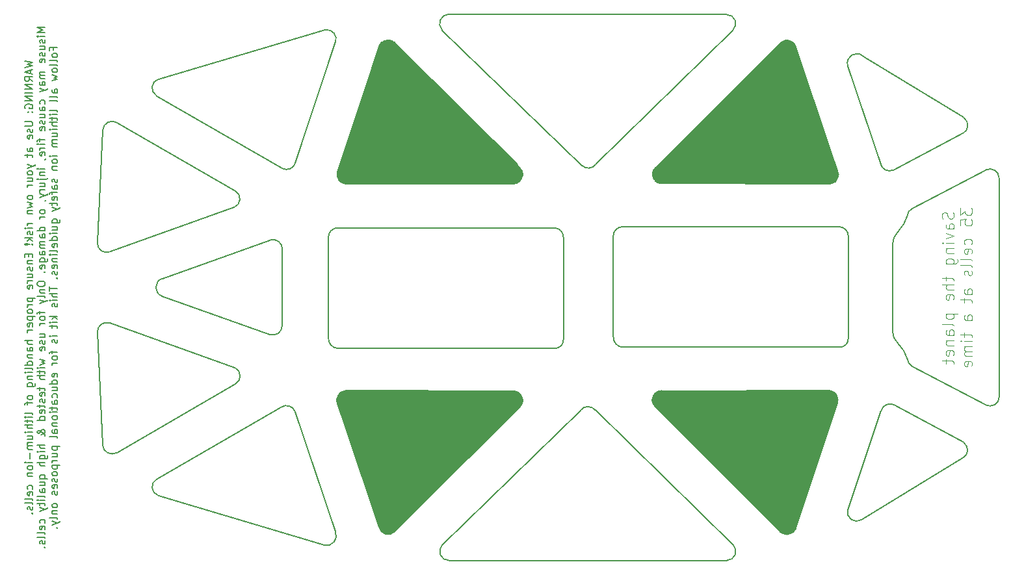
<source format=gbr>
%TF.GenerationSoftware,KiCad,Pcbnew,8.0.0*%
%TF.CreationDate,2025-01-10T11:52:10+00:00*%
%TF.ProjectId,vape_powerbank_pcb,76617065-5f70-46f7-9765-7262616e6b5f,rev?*%
%TF.SameCoordinates,Original*%
%TF.FileFunction,Legend,Bot*%
%TF.FilePolarity,Positive*%
%FSLAX46Y46*%
G04 Gerber Fmt 4.6, Leading zero omitted, Abs format (unit mm)*
G04 Created by KiCad (PCBNEW 8.0.0) date 2025-01-10 11:52:10*
%MOMM*%
%LPD*%
G01*
G04 APERTURE LIST*
%ADD10C,0.200000*%
%ADD11C,1.314758*%
%ADD12C,1.282704*%
%ADD13C,1.287464*%
%ADD14C,1.282708*%
%ADD15C,1.163478*%
%ADD16C,1.297295*%
%ADD17C,1.283859*%
%ADD18C,1.328083*%
%ADD19C,1.283857*%
%ADD20C,0.100000*%
%ADD21C,0.150000*%
%ADD22C,3.200000*%
G04 APERTURE END LIST*
D10*
X16550813Y-75691421D02*
G75*
G02*
X14699999Y-74700000I-617773J1070011D01*
G01*
X43546411Y-87707879D02*
X21991807Y-81307960D01*
X21991807Y-81307960D02*
G75*
G02*
X21800003Y-79100007I337083J1141590D01*
G01*
X16600000Y-32700000D02*
X32000000Y-41600000D01*
D11*
X47084184Y-68846183D02*
G75*
G02*
X45769426Y-68846183I-657379J0D01*
G01*
X45769426Y-68846183D02*
G75*
G02*
X47084184Y-68846183I657379J0D01*
G01*
D10*
X81200000Y-47450000D02*
G75*
G02*
X82400000Y-46250000I1200000J0D01*
G01*
X38064680Y-59167508D02*
X38100000Y-49200000D01*
X87700000Y-40599999D02*
G75*
G02*
X86660504Y-38597613I-204400J1164899D01*
G01*
X95946080Y-89744523D02*
X59800000Y-89750000D01*
X78899999Y-38149999D02*
G75*
G02*
X77094139Y-38255861I-949999J749999D01*
G01*
X50700000Y-85400000D02*
X45300001Y-69300000D01*
X21728680Y-29194087D02*
G75*
G02*
X22000005Y-27000016I600220J1039587D01*
G01*
X44999998Y-86000000D02*
G75*
G02*
X43546420Y-87707850I-1100798J-535600D01*
G01*
X74700000Y-47600000D02*
X74700000Y-60900000D01*
X46427850Y-67631425D02*
X68000000Y-67700001D01*
X69039509Y-69702401D02*
X52716613Y-85999263D01*
X116020042Y-38135342D02*
X111734051Y-25304853D01*
X119478599Y-44855413D02*
G75*
G02*
X118368718Y-46767790I-4564299J1370713D01*
G01*
X39791708Y-37953831D02*
G75*
G02*
X38105629Y-38672738I-1161708J387931D01*
G01*
X105026085Y-23148564D02*
X110399999Y-39000001D01*
X109273195Y-40668576D01*
X87700000Y-40600000D01*
X86660491Y-38597600D01*
X102983387Y-22300738D01*
X105026085Y-23148564D01*
G36*
X105026085Y-23148564D02*
G01*
X110399999Y-39000001D01*
X109273195Y-40668576D01*
X87700000Y-40600000D01*
X86660491Y-38597600D01*
X102983387Y-22300738D01*
X105026085Y-23148564D01*
G37*
X110364042Y-69169766D02*
X104964043Y-85469766D01*
X102767385Y-85776104D01*
X86623721Y-69652127D01*
X87764043Y-67669767D01*
X109237236Y-67607631D01*
X110364042Y-69169766D01*
G36*
X110364042Y-69169766D02*
G01*
X104964043Y-85469766D01*
X102767385Y-85776104D01*
X86623721Y-69652127D01*
X87764043Y-67669767D01*
X109237236Y-67607631D01*
X110364042Y-69169766D01*
G37*
X129700000Y-38850001D02*
G75*
G02*
X131436867Y-39920409I538600J-1070399D01*
G01*
X76925585Y-70182010D02*
G75*
G02*
X78849999Y-70150001I974415J-717990D01*
G01*
X21800000Y-79100000D02*
X37900000Y-69800001D01*
D12*
X68845760Y-68864907D02*
G75*
G02*
X67563056Y-68864907I-641352J0D01*
G01*
X67563056Y-68864907D02*
G75*
G02*
X68845760Y-68864907I641352J0D01*
G01*
D10*
X118260107Y-61439708D02*
G75*
G02*
X119502981Y-63525489I-3345807J-3406892D01*
G01*
D13*
X47070539Y-39474671D02*
G75*
G02*
X45783075Y-39474671I-643732J0D01*
G01*
X45783075Y-39474671D02*
G75*
G02*
X47070539Y-39474671I643732J0D01*
G01*
D10*
X102983387Y-22300738D02*
G75*
G02*
X105000033Y-22899994I845413J-847862D01*
G01*
X111800000Y-60750000D02*
G75*
G02*
X110700000Y-61954536I-1100000J-100000D01*
G01*
X15700000Y-49499998D02*
G75*
G02*
X14004788Y-48325494I-481660J1115438D01*
G01*
X52896658Y-22493662D02*
X69040322Y-38617639D01*
X105000000Y-22900001D02*
X110399999Y-39000001D01*
D11*
X109930574Y-39453818D02*
G75*
G02*
X108615816Y-39453818I-657379J0D01*
G01*
X108615816Y-39453818D02*
G75*
G02*
X109930574Y-39453818I657379J0D01*
G01*
D10*
X36459757Y-47996380D02*
X22500000Y-53000001D01*
X14700000Y-74700000D02*
X14021070Y-59994569D01*
X113750000Y-24050000D02*
X126850000Y-32050000D01*
X109236215Y-67607631D02*
G75*
G02*
X110364016Y-69169757I985J-1187469D01*
G01*
X73500000Y-46400000D02*
X45300000Y-46400000D01*
X78849999Y-70150001D02*
X96799999Y-87700001D01*
X131450000Y-68400000D02*
G75*
G02*
X129674917Y-69472665I-1211400J-400D01*
G01*
X32000000Y-41600001D02*
G75*
G02*
X31781697Y-43740914I-618700J-1018499D01*
G01*
D14*
X88136944Y-39435090D02*
G75*
G02*
X86854236Y-39435090I-641354J0D01*
G01*
X86854236Y-39435090D02*
G75*
G02*
X88136944Y-39435090I641354J0D01*
G01*
D10*
X111700000Y-83150000D02*
X116096030Y-70191737D01*
X110364042Y-69169766D02*
X104964043Y-85469766D01*
X96799999Y-87700001D02*
G75*
G02*
X95946080Y-89744445I-853899J-843899D01*
G01*
X45300001Y-69300000D02*
G75*
G02*
X46427850Y-67631453I1126799J453800D01*
G01*
X73600000Y-62104536D02*
X45300000Y-62100000D01*
X86660491Y-38597600D02*
X102983387Y-22300738D01*
X126850000Y-74400000D02*
G75*
G02*
X126784380Y-76353229I-700000J-954200D01*
G01*
X74700000Y-60900000D02*
G75*
G02*
X73600000Y-62104536I-1100000J-100000D01*
G01*
X95946075Y-18590091D02*
G75*
G02*
X96749988Y-20649987I25J-1186809D01*
G01*
X117750000Y-69450001D02*
X126850000Y-74400000D01*
X14021070Y-59994569D02*
G75*
G02*
X15600001Y-58799997I1197270J58269D01*
G01*
X68000000Y-67700002D02*
G75*
G02*
X69039495Y-69702387I204400J-1164898D01*
G01*
X14732911Y-33641039D02*
G75*
G02*
X16599997Y-32700005I1200129J-58411D01*
G01*
X102767385Y-85776104D02*
X86623721Y-69652127D01*
X69040322Y-38617639D02*
G75*
G02*
X67900000Y-40599999I-835912J-838311D01*
G01*
X52716613Y-85999263D02*
G75*
G02*
X50699966Y-85400007I-845413J847863D01*
G01*
X126850000Y-32050000D02*
G75*
G02*
X126708940Y-34104378I-703900J-983700D01*
G01*
X68702510Y-38141737D02*
X67900000Y-40599999D01*
X46427828Y-40662135D01*
X45300001Y-39100000D01*
X50700000Y-22800000D01*
X52896658Y-22493662D01*
X68702510Y-38141737D01*
G36*
X68702510Y-38141737D02*
G01*
X67900000Y-40599999D01*
X46427828Y-40662135D01*
X45300001Y-39100000D01*
X50700000Y-22800000D01*
X52896658Y-22493662D01*
X68702510Y-38141737D01*
G37*
X38064680Y-59167508D02*
G75*
G02*
X36500003Y-60299992I-1192180J8D01*
G01*
X43700000Y-20600000D02*
X22000000Y-27000000D01*
X110600000Y-46250000D02*
X82400000Y-46250000D01*
X77094138Y-38255862D02*
X58932603Y-20645722D01*
X118260107Y-61439708D02*
G75*
G02*
X117559619Y-59848940I1429093J1578908D01*
G01*
X36459757Y-47996381D02*
G75*
G02*
X38099952Y-49199998I412743J-1156919D01*
G01*
X111734052Y-25304853D02*
G75*
G02*
X113750002Y-24049998I1157848J386653D01*
G01*
X46427828Y-40662135D02*
G75*
G02*
X45300031Y-39100010I-1028J1187435D01*
G01*
X45300001Y-39100000D02*
X50700000Y-22800000D01*
X31781692Y-43740901D02*
X15700000Y-49499999D01*
X50700000Y-22800000D02*
G75*
G02*
X52896651Y-22493667I1171200J-369400D01*
G01*
D15*
X52452949Y-85151437D02*
G75*
G02*
X51289471Y-85151437I-581739J0D01*
G01*
X51289471Y-85151437D02*
G75*
G02*
X52452949Y-85151437I581739J0D01*
G01*
D10*
X111800000Y-47450000D02*
X111800000Y-60750000D01*
X68200000Y-40650000D02*
X46427828Y-40662135D01*
X73500000Y-46400000D02*
G75*
G02*
X74700000Y-47600000I0J-1200000D01*
G01*
X113528136Y-84441693D02*
G75*
G02*
X111699969Y-83149993I-636236J1039093D01*
G01*
X39791709Y-37953831D02*
X45039255Y-22165946D01*
X44100000Y-47600000D02*
G75*
G02*
X45300000Y-46400000I1200000J0D01*
G01*
X126784344Y-76353172D02*
X113528136Y-84441694D01*
D13*
X109880968Y-68795094D02*
G75*
G02*
X108593504Y-68795094I-643732J0D01*
G01*
X108593504Y-68795094D02*
G75*
G02*
X109880968Y-68795094I643732J0D01*
G01*
D10*
X37900000Y-69800001D02*
G75*
G02*
X39770102Y-70374243I730000J-954899D01*
G01*
X119478600Y-44855413D02*
G75*
G02*
X120149992Y-43849984I1213700J-83587D01*
G01*
D16*
X104477437Y-23148564D02*
G75*
G02*
X103180143Y-23148564I-648647J0D01*
G01*
X103180143Y-23148564D02*
G75*
G02*
X104477437Y-23148564I648647J0D01*
G01*
D10*
X22431056Y-55298568D02*
X36500000Y-60300000D01*
X129674893Y-69472710D02*
X120150000Y-64450000D01*
X117700000Y-38849999D02*
G75*
G02*
X116020105Y-38135321I-523700J1100699D01*
G01*
X14004778Y-48325494D02*
X14732910Y-33641039D01*
X96750000Y-20650000D02*
X78899999Y-38149999D01*
X131436864Y-39920409D02*
X131450000Y-68400000D01*
X117537825Y-48700000D02*
G75*
G02*
X118368698Y-46767771I2662175J0D01*
G01*
D17*
X88101564Y-68813814D02*
G75*
G02*
X86817706Y-68813814I-641929J0D01*
G01*
X86817706Y-68813814D02*
G75*
G02*
X88101564Y-68813814I641929J0D01*
G01*
D10*
X86623721Y-69652127D02*
G75*
G02*
X87764042Y-67669772I835879J838327D01*
G01*
X110399998Y-39000001D02*
G75*
G02*
X109272150Y-40668546I-1126798J-453799D01*
G01*
X120150000Y-64450000D02*
G75*
G02*
X119503052Y-63525478I542300J1068100D01*
G01*
X31900000Y-64600001D02*
G75*
G02*
X31990436Y-66757460I-518720J-1102369D01*
G01*
X59800000Y-89749999D02*
G75*
G02*
X58947271Y-87689847I-1100J1206099D01*
G01*
X31990433Y-66757454D02*
X16550813Y-75691421D01*
X87764043Y-67669767D02*
X109236215Y-67607631D01*
D18*
X52535247Y-23169409D02*
G75*
G02*
X51207165Y-23169409I-664041J0D01*
G01*
X51207165Y-23169409D02*
G75*
G02*
X52535247Y-23169409I664041J0D01*
G01*
D10*
X43700000Y-20600000D02*
G75*
G02*
X45039255Y-22165946I199200J-1185300D01*
G01*
X59800000Y-18550000D02*
X95946075Y-18590091D01*
D19*
X68846336Y-39455949D02*
G75*
G02*
X67562480Y-39455949I-641928J0D01*
G01*
X67562480Y-39455949D02*
G75*
G02*
X68846336Y-39455949I641928J0D01*
G01*
D18*
X104456878Y-85100357D02*
G75*
G02*
X103128796Y-85100357I-664041J0D01*
G01*
X103128796Y-85100357D02*
G75*
G02*
X104456878Y-85100357I664041J0D01*
G01*
D10*
X58947326Y-87689902D02*
X76925584Y-70182009D01*
X45300000Y-62100000D02*
G75*
G02*
X44100664Y-60691722I100000J1300000D01*
G01*
X68000000Y-67700001D02*
X69039509Y-69702401D01*
X52716613Y-85999263D01*
X50700000Y-85400000D01*
X45300001Y-69300000D01*
X46427850Y-67631425D01*
X68000000Y-67700001D01*
G36*
X68000000Y-67700001D02*
G01*
X69039509Y-69702401D01*
X52716613Y-85999263D01*
X50700000Y-85400000D01*
X45300001Y-69300000D01*
X46427850Y-67631425D01*
X68000000Y-67700001D01*
G37*
X31900000Y-64600001D02*
X15600000Y-58800000D01*
X21728680Y-29194088D02*
X38105600Y-38672800D01*
X58932604Y-20645721D02*
G75*
G02*
X59800000Y-18549985I866296J868821D01*
G01*
X110600000Y-46250000D02*
G75*
G02*
X111800000Y-47450000I0J-1200000D01*
G01*
X117537825Y-48700000D02*
X117559608Y-59848940D01*
X82400000Y-61950000D02*
G75*
G02*
X81200664Y-60541722I100000J1300000D01*
G01*
X126708976Y-34104447D02*
X117700000Y-38850000D01*
X39770063Y-70374256D02*
X44999999Y-86000000D01*
X116096030Y-70191737D02*
G75*
G02*
X117750000Y-69450001I1153970J-358263D01*
G01*
X22431056Y-55298567D02*
G75*
G02*
X22500001Y-53000004I406024J1138137D01*
G01*
X104964042Y-85469766D02*
G75*
G02*
X102767321Y-85776146I-1171242J369366D01*
G01*
X110700000Y-61954536D02*
X82400000Y-61950000D01*
X109272150Y-40668576D02*
X87700000Y-40600000D01*
X120150000Y-43850000D02*
X129700000Y-38850001D01*
X44100000Y-60700000D02*
X44100000Y-47600000D01*
X81200000Y-60550000D02*
X81200000Y-47450000D01*
D20*
X125437342Y-44374711D02*
X125508770Y-44588997D01*
X125508770Y-44588997D02*
X125508770Y-44946139D01*
X125508770Y-44946139D02*
X125437342Y-45088997D01*
X125437342Y-45088997D02*
X125365913Y-45160425D01*
X125365913Y-45160425D02*
X125223056Y-45231854D01*
X125223056Y-45231854D02*
X125080199Y-45231854D01*
X125080199Y-45231854D02*
X124937342Y-45160425D01*
X124937342Y-45160425D02*
X124865913Y-45088997D01*
X124865913Y-45088997D02*
X124794484Y-44946139D01*
X124794484Y-44946139D02*
X124723056Y-44660425D01*
X124723056Y-44660425D02*
X124651627Y-44517568D01*
X124651627Y-44517568D02*
X124580199Y-44446139D01*
X124580199Y-44446139D02*
X124437342Y-44374711D01*
X124437342Y-44374711D02*
X124294484Y-44374711D01*
X124294484Y-44374711D02*
X124151627Y-44446139D01*
X124151627Y-44446139D02*
X124080199Y-44517568D01*
X124080199Y-44517568D02*
X124008770Y-44660425D01*
X124008770Y-44660425D02*
X124008770Y-45017568D01*
X124008770Y-45017568D02*
X124080199Y-45231854D01*
X125508770Y-46517568D02*
X124723056Y-46517568D01*
X124723056Y-46517568D02*
X124580199Y-46446139D01*
X124580199Y-46446139D02*
X124508770Y-46303282D01*
X124508770Y-46303282D02*
X124508770Y-46017568D01*
X124508770Y-46017568D02*
X124580199Y-45874710D01*
X125437342Y-46517568D02*
X125508770Y-46374710D01*
X125508770Y-46374710D02*
X125508770Y-46017568D01*
X125508770Y-46017568D02*
X125437342Y-45874710D01*
X125437342Y-45874710D02*
X125294484Y-45803282D01*
X125294484Y-45803282D02*
X125151627Y-45803282D01*
X125151627Y-45803282D02*
X125008770Y-45874710D01*
X125008770Y-45874710D02*
X124937342Y-46017568D01*
X124937342Y-46017568D02*
X124937342Y-46374710D01*
X124937342Y-46374710D02*
X124865913Y-46517568D01*
X124508770Y-47088996D02*
X125508770Y-47446139D01*
X125508770Y-47446139D02*
X124508770Y-47803282D01*
X125508770Y-48374710D02*
X124508770Y-48374710D01*
X124008770Y-48374710D02*
X124080199Y-48303282D01*
X124080199Y-48303282D02*
X124151627Y-48374710D01*
X124151627Y-48374710D02*
X124080199Y-48446139D01*
X124080199Y-48446139D02*
X124008770Y-48374710D01*
X124008770Y-48374710D02*
X124151627Y-48374710D01*
X124508770Y-49088996D02*
X125508770Y-49088996D01*
X124651627Y-49088996D02*
X124580199Y-49160425D01*
X124580199Y-49160425D02*
X124508770Y-49303282D01*
X124508770Y-49303282D02*
X124508770Y-49517568D01*
X124508770Y-49517568D02*
X124580199Y-49660425D01*
X124580199Y-49660425D02*
X124723056Y-49731854D01*
X124723056Y-49731854D02*
X125508770Y-49731854D01*
X124508770Y-51088997D02*
X125723056Y-51088997D01*
X125723056Y-51088997D02*
X125865913Y-51017568D01*
X125865913Y-51017568D02*
X125937342Y-50946139D01*
X125937342Y-50946139D02*
X126008770Y-50803282D01*
X126008770Y-50803282D02*
X126008770Y-50588997D01*
X126008770Y-50588997D02*
X125937342Y-50446139D01*
X125437342Y-51088997D02*
X125508770Y-50946139D01*
X125508770Y-50946139D02*
X125508770Y-50660425D01*
X125508770Y-50660425D02*
X125437342Y-50517568D01*
X125437342Y-50517568D02*
X125365913Y-50446139D01*
X125365913Y-50446139D02*
X125223056Y-50374711D01*
X125223056Y-50374711D02*
X124794484Y-50374711D01*
X124794484Y-50374711D02*
X124651627Y-50446139D01*
X124651627Y-50446139D02*
X124580199Y-50517568D01*
X124580199Y-50517568D02*
X124508770Y-50660425D01*
X124508770Y-50660425D02*
X124508770Y-50946139D01*
X124508770Y-50946139D02*
X124580199Y-51088997D01*
X124508770Y-52731854D02*
X124508770Y-53303282D01*
X124008770Y-52946139D02*
X125294484Y-52946139D01*
X125294484Y-52946139D02*
X125437342Y-53017568D01*
X125437342Y-53017568D02*
X125508770Y-53160425D01*
X125508770Y-53160425D02*
X125508770Y-53303282D01*
X125508770Y-53803282D02*
X124008770Y-53803282D01*
X125508770Y-54446140D02*
X124723056Y-54446140D01*
X124723056Y-54446140D02*
X124580199Y-54374711D01*
X124580199Y-54374711D02*
X124508770Y-54231854D01*
X124508770Y-54231854D02*
X124508770Y-54017568D01*
X124508770Y-54017568D02*
X124580199Y-53874711D01*
X124580199Y-53874711D02*
X124651627Y-53803282D01*
X125437342Y-55731854D02*
X125508770Y-55588997D01*
X125508770Y-55588997D02*
X125508770Y-55303283D01*
X125508770Y-55303283D02*
X125437342Y-55160425D01*
X125437342Y-55160425D02*
X125294484Y-55088997D01*
X125294484Y-55088997D02*
X124723056Y-55088997D01*
X124723056Y-55088997D02*
X124580199Y-55160425D01*
X124580199Y-55160425D02*
X124508770Y-55303283D01*
X124508770Y-55303283D02*
X124508770Y-55588997D01*
X124508770Y-55588997D02*
X124580199Y-55731854D01*
X124580199Y-55731854D02*
X124723056Y-55803283D01*
X124723056Y-55803283D02*
X124865913Y-55803283D01*
X124865913Y-55803283D02*
X125008770Y-55088997D01*
X124508770Y-57588996D02*
X126008770Y-57588996D01*
X124580199Y-57588996D02*
X124508770Y-57731854D01*
X124508770Y-57731854D02*
X124508770Y-58017568D01*
X124508770Y-58017568D02*
X124580199Y-58160425D01*
X124580199Y-58160425D02*
X124651627Y-58231854D01*
X124651627Y-58231854D02*
X124794484Y-58303282D01*
X124794484Y-58303282D02*
X125223056Y-58303282D01*
X125223056Y-58303282D02*
X125365913Y-58231854D01*
X125365913Y-58231854D02*
X125437342Y-58160425D01*
X125437342Y-58160425D02*
X125508770Y-58017568D01*
X125508770Y-58017568D02*
X125508770Y-57731854D01*
X125508770Y-57731854D02*
X125437342Y-57588996D01*
X125508770Y-59160425D02*
X125437342Y-59017568D01*
X125437342Y-59017568D02*
X125294484Y-58946139D01*
X125294484Y-58946139D02*
X124008770Y-58946139D01*
X125508770Y-60374711D02*
X124723056Y-60374711D01*
X124723056Y-60374711D02*
X124580199Y-60303282D01*
X124580199Y-60303282D02*
X124508770Y-60160425D01*
X124508770Y-60160425D02*
X124508770Y-59874711D01*
X124508770Y-59874711D02*
X124580199Y-59731853D01*
X125437342Y-60374711D02*
X125508770Y-60231853D01*
X125508770Y-60231853D02*
X125508770Y-59874711D01*
X125508770Y-59874711D02*
X125437342Y-59731853D01*
X125437342Y-59731853D02*
X125294484Y-59660425D01*
X125294484Y-59660425D02*
X125151627Y-59660425D01*
X125151627Y-59660425D02*
X125008770Y-59731853D01*
X125008770Y-59731853D02*
X124937342Y-59874711D01*
X124937342Y-59874711D02*
X124937342Y-60231853D01*
X124937342Y-60231853D02*
X124865913Y-60374711D01*
X124508770Y-61088996D02*
X125508770Y-61088996D01*
X124651627Y-61088996D02*
X124580199Y-61160425D01*
X124580199Y-61160425D02*
X124508770Y-61303282D01*
X124508770Y-61303282D02*
X124508770Y-61517568D01*
X124508770Y-61517568D02*
X124580199Y-61660425D01*
X124580199Y-61660425D02*
X124723056Y-61731854D01*
X124723056Y-61731854D02*
X125508770Y-61731854D01*
X125437342Y-63017568D02*
X125508770Y-62874711D01*
X125508770Y-62874711D02*
X125508770Y-62588997D01*
X125508770Y-62588997D02*
X125437342Y-62446139D01*
X125437342Y-62446139D02*
X125294484Y-62374711D01*
X125294484Y-62374711D02*
X124723056Y-62374711D01*
X124723056Y-62374711D02*
X124580199Y-62446139D01*
X124580199Y-62446139D02*
X124508770Y-62588997D01*
X124508770Y-62588997D02*
X124508770Y-62874711D01*
X124508770Y-62874711D02*
X124580199Y-63017568D01*
X124580199Y-63017568D02*
X124723056Y-63088997D01*
X124723056Y-63088997D02*
X124865913Y-63088997D01*
X124865913Y-63088997D02*
X125008770Y-62374711D01*
X124508770Y-63517568D02*
X124508770Y-64088996D01*
X124008770Y-63731853D02*
X125294484Y-63731853D01*
X125294484Y-63731853D02*
X125437342Y-63803282D01*
X125437342Y-63803282D02*
X125508770Y-63946139D01*
X125508770Y-63946139D02*
X125508770Y-64088996D01*
X126423686Y-43767568D02*
X126423686Y-44696140D01*
X126423686Y-44696140D02*
X126995115Y-44196140D01*
X126995115Y-44196140D02*
X126995115Y-44410425D01*
X126995115Y-44410425D02*
X127066543Y-44553283D01*
X127066543Y-44553283D02*
X127137972Y-44624711D01*
X127137972Y-44624711D02*
X127280829Y-44696140D01*
X127280829Y-44696140D02*
X127637972Y-44696140D01*
X127637972Y-44696140D02*
X127780829Y-44624711D01*
X127780829Y-44624711D02*
X127852258Y-44553283D01*
X127852258Y-44553283D02*
X127923686Y-44410425D01*
X127923686Y-44410425D02*
X127923686Y-43981854D01*
X127923686Y-43981854D02*
X127852258Y-43838997D01*
X127852258Y-43838997D02*
X127780829Y-43767568D01*
X126423686Y-46053282D02*
X126423686Y-45338996D01*
X126423686Y-45338996D02*
X127137972Y-45267568D01*
X127137972Y-45267568D02*
X127066543Y-45338996D01*
X127066543Y-45338996D02*
X126995115Y-45481854D01*
X126995115Y-45481854D02*
X126995115Y-45838996D01*
X126995115Y-45838996D02*
X127066543Y-45981854D01*
X127066543Y-45981854D02*
X127137972Y-46053282D01*
X127137972Y-46053282D02*
X127280829Y-46124711D01*
X127280829Y-46124711D02*
X127637972Y-46124711D01*
X127637972Y-46124711D02*
X127780829Y-46053282D01*
X127780829Y-46053282D02*
X127852258Y-45981854D01*
X127852258Y-45981854D02*
X127923686Y-45838996D01*
X127923686Y-45838996D02*
X127923686Y-45481854D01*
X127923686Y-45481854D02*
X127852258Y-45338996D01*
X127852258Y-45338996D02*
X127780829Y-45267568D01*
X127852258Y-48553282D02*
X127923686Y-48410424D01*
X127923686Y-48410424D02*
X127923686Y-48124710D01*
X127923686Y-48124710D02*
X127852258Y-47981853D01*
X127852258Y-47981853D02*
X127780829Y-47910424D01*
X127780829Y-47910424D02*
X127637972Y-47838996D01*
X127637972Y-47838996D02*
X127209400Y-47838996D01*
X127209400Y-47838996D02*
X127066543Y-47910424D01*
X127066543Y-47910424D02*
X126995115Y-47981853D01*
X126995115Y-47981853D02*
X126923686Y-48124710D01*
X126923686Y-48124710D02*
X126923686Y-48410424D01*
X126923686Y-48410424D02*
X126995115Y-48553282D01*
X127852258Y-49767567D02*
X127923686Y-49624710D01*
X127923686Y-49624710D02*
X127923686Y-49338996D01*
X127923686Y-49338996D02*
X127852258Y-49196138D01*
X127852258Y-49196138D02*
X127709400Y-49124710D01*
X127709400Y-49124710D02*
X127137972Y-49124710D01*
X127137972Y-49124710D02*
X126995115Y-49196138D01*
X126995115Y-49196138D02*
X126923686Y-49338996D01*
X126923686Y-49338996D02*
X126923686Y-49624710D01*
X126923686Y-49624710D02*
X126995115Y-49767567D01*
X126995115Y-49767567D02*
X127137972Y-49838996D01*
X127137972Y-49838996D02*
X127280829Y-49838996D01*
X127280829Y-49838996D02*
X127423686Y-49124710D01*
X127923686Y-50696138D02*
X127852258Y-50553281D01*
X127852258Y-50553281D02*
X127709400Y-50481852D01*
X127709400Y-50481852D02*
X126423686Y-50481852D01*
X127923686Y-51481852D02*
X127852258Y-51338995D01*
X127852258Y-51338995D02*
X127709400Y-51267566D01*
X127709400Y-51267566D02*
X126423686Y-51267566D01*
X127852258Y-51981852D02*
X127923686Y-52124709D01*
X127923686Y-52124709D02*
X127923686Y-52410423D01*
X127923686Y-52410423D02*
X127852258Y-52553280D01*
X127852258Y-52553280D02*
X127709400Y-52624709D01*
X127709400Y-52624709D02*
X127637972Y-52624709D01*
X127637972Y-52624709D02*
X127495115Y-52553280D01*
X127495115Y-52553280D02*
X127423686Y-52410423D01*
X127423686Y-52410423D02*
X127423686Y-52196138D01*
X127423686Y-52196138D02*
X127352258Y-52053280D01*
X127352258Y-52053280D02*
X127209400Y-51981852D01*
X127209400Y-51981852D02*
X127137972Y-51981852D01*
X127137972Y-51981852D02*
X126995115Y-52053280D01*
X126995115Y-52053280D02*
X126923686Y-52196138D01*
X126923686Y-52196138D02*
X126923686Y-52410423D01*
X126923686Y-52410423D02*
X126995115Y-52553280D01*
X127923686Y-55053281D02*
X127137972Y-55053281D01*
X127137972Y-55053281D02*
X126995115Y-54981852D01*
X126995115Y-54981852D02*
X126923686Y-54838995D01*
X126923686Y-54838995D02*
X126923686Y-54553281D01*
X126923686Y-54553281D02*
X126995115Y-54410423D01*
X127852258Y-55053281D02*
X127923686Y-54910423D01*
X127923686Y-54910423D02*
X127923686Y-54553281D01*
X127923686Y-54553281D02*
X127852258Y-54410423D01*
X127852258Y-54410423D02*
X127709400Y-54338995D01*
X127709400Y-54338995D02*
X127566543Y-54338995D01*
X127566543Y-54338995D02*
X127423686Y-54410423D01*
X127423686Y-54410423D02*
X127352258Y-54553281D01*
X127352258Y-54553281D02*
X127352258Y-54910423D01*
X127352258Y-54910423D02*
X127280829Y-55053281D01*
X126923686Y-55553281D02*
X126923686Y-56124709D01*
X126423686Y-55767566D02*
X127709400Y-55767566D01*
X127709400Y-55767566D02*
X127852258Y-55838995D01*
X127852258Y-55838995D02*
X127923686Y-55981852D01*
X127923686Y-55981852D02*
X127923686Y-56124709D01*
X127923686Y-58410424D02*
X127137972Y-58410424D01*
X127137972Y-58410424D02*
X126995115Y-58338995D01*
X126995115Y-58338995D02*
X126923686Y-58196138D01*
X126923686Y-58196138D02*
X126923686Y-57910424D01*
X126923686Y-57910424D02*
X126995115Y-57767566D01*
X127852258Y-58410424D02*
X127923686Y-58267566D01*
X127923686Y-58267566D02*
X127923686Y-57910424D01*
X127923686Y-57910424D02*
X127852258Y-57767566D01*
X127852258Y-57767566D02*
X127709400Y-57696138D01*
X127709400Y-57696138D02*
X127566543Y-57696138D01*
X127566543Y-57696138D02*
X127423686Y-57767566D01*
X127423686Y-57767566D02*
X127352258Y-57910424D01*
X127352258Y-57910424D02*
X127352258Y-58267566D01*
X127352258Y-58267566D02*
X127280829Y-58410424D01*
X126923686Y-60053281D02*
X126923686Y-60624709D01*
X126423686Y-60267566D02*
X127709400Y-60267566D01*
X127709400Y-60267566D02*
X127852258Y-60338995D01*
X127852258Y-60338995D02*
X127923686Y-60481852D01*
X127923686Y-60481852D02*
X127923686Y-60624709D01*
X127923686Y-61124709D02*
X126923686Y-61124709D01*
X126423686Y-61124709D02*
X126495115Y-61053281D01*
X126495115Y-61053281D02*
X126566543Y-61124709D01*
X126566543Y-61124709D02*
X126495115Y-61196138D01*
X126495115Y-61196138D02*
X126423686Y-61124709D01*
X126423686Y-61124709D02*
X126566543Y-61124709D01*
X127923686Y-61838995D02*
X126923686Y-61838995D01*
X127066543Y-61838995D02*
X126995115Y-61910424D01*
X126995115Y-61910424D02*
X126923686Y-62053281D01*
X126923686Y-62053281D02*
X126923686Y-62267567D01*
X126923686Y-62267567D02*
X126995115Y-62410424D01*
X126995115Y-62410424D02*
X127137972Y-62481853D01*
X127137972Y-62481853D02*
X127923686Y-62481853D01*
X127137972Y-62481853D02*
X126995115Y-62553281D01*
X126995115Y-62553281D02*
X126923686Y-62696138D01*
X126923686Y-62696138D02*
X126923686Y-62910424D01*
X126923686Y-62910424D02*
X126995115Y-63053281D01*
X126995115Y-63053281D02*
X127137972Y-63124710D01*
X127137972Y-63124710D02*
X127923686Y-63124710D01*
X127852258Y-64410424D02*
X127923686Y-64267567D01*
X127923686Y-64267567D02*
X127923686Y-63981853D01*
X127923686Y-63981853D02*
X127852258Y-63838995D01*
X127852258Y-63838995D02*
X127709400Y-63767567D01*
X127709400Y-63767567D02*
X127137972Y-63767567D01*
X127137972Y-63767567D02*
X126995115Y-63838995D01*
X126995115Y-63838995D02*
X126923686Y-63981853D01*
X126923686Y-63981853D02*
X126923686Y-64267567D01*
X126923686Y-64267567D02*
X126995115Y-64410424D01*
X126995115Y-64410424D02*
X127137972Y-64481853D01*
X127137972Y-64481853D02*
X127280829Y-64481853D01*
X127280829Y-64481853D02*
X127423686Y-63767567D01*
D21*
X4582431Y-24636615D02*
X5582431Y-24874710D01*
X5582431Y-24874710D02*
X4868145Y-25065186D01*
X4868145Y-25065186D02*
X5582431Y-25255662D01*
X5582431Y-25255662D02*
X4582431Y-25493758D01*
X5296716Y-25827091D02*
X5296716Y-26303281D01*
X5582431Y-25731853D02*
X4582431Y-26065186D01*
X4582431Y-26065186D02*
X5582431Y-26398519D01*
X5582431Y-27303281D02*
X5106240Y-26969948D01*
X5582431Y-26731853D02*
X4582431Y-26731853D01*
X4582431Y-26731853D02*
X4582431Y-27112805D01*
X4582431Y-27112805D02*
X4630050Y-27208043D01*
X4630050Y-27208043D02*
X4677669Y-27255662D01*
X4677669Y-27255662D02*
X4772907Y-27303281D01*
X4772907Y-27303281D02*
X4915764Y-27303281D01*
X4915764Y-27303281D02*
X5011002Y-27255662D01*
X5011002Y-27255662D02*
X5058621Y-27208043D01*
X5058621Y-27208043D02*
X5106240Y-27112805D01*
X5106240Y-27112805D02*
X5106240Y-26731853D01*
X5582431Y-27731853D02*
X4582431Y-27731853D01*
X4582431Y-27731853D02*
X5582431Y-28303281D01*
X5582431Y-28303281D02*
X4582431Y-28303281D01*
X5582431Y-28779472D02*
X4582431Y-28779472D01*
X5582431Y-29255662D02*
X4582431Y-29255662D01*
X4582431Y-29255662D02*
X5582431Y-29827090D01*
X5582431Y-29827090D02*
X4582431Y-29827090D01*
X4630050Y-30827090D02*
X4582431Y-30731852D01*
X4582431Y-30731852D02*
X4582431Y-30588995D01*
X4582431Y-30588995D02*
X4630050Y-30446138D01*
X4630050Y-30446138D02*
X4725288Y-30350900D01*
X4725288Y-30350900D02*
X4820526Y-30303281D01*
X4820526Y-30303281D02*
X5011002Y-30255662D01*
X5011002Y-30255662D02*
X5153859Y-30255662D01*
X5153859Y-30255662D02*
X5344335Y-30303281D01*
X5344335Y-30303281D02*
X5439573Y-30350900D01*
X5439573Y-30350900D02*
X5534812Y-30446138D01*
X5534812Y-30446138D02*
X5582431Y-30588995D01*
X5582431Y-30588995D02*
X5582431Y-30684233D01*
X5582431Y-30684233D02*
X5534812Y-30827090D01*
X5534812Y-30827090D02*
X5487192Y-30874709D01*
X5487192Y-30874709D02*
X5153859Y-30874709D01*
X5153859Y-30874709D02*
X5153859Y-30684233D01*
X5487192Y-31303281D02*
X5534812Y-31350900D01*
X5534812Y-31350900D02*
X5582431Y-31303281D01*
X5582431Y-31303281D02*
X5534812Y-31255662D01*
X5534812Y-31255662D02*
X5487192Y-31303281D01*
X5487192Y-31303281D02*
X5582431Y-31303281D01*
X4963383Y-31303281D02*
X5011002Y-31350900D01*
X5011002Y-31350900D02*
X5058621Y-31303281D01*
X5058621Y-31303281D02*
X5011002Y-31255662D01*
X5011002Y-31255662D02*
X4963383Y-31303281D01*
X4963383Y-31303281D02*
X5058621Y-31303281D01*
X4582431Y-32541376D02*
X5391954Y-32541376D01*
X5391954Y-32541376D02*
X5487192Y-32588995D01*
X5487192Y-32588995D02*
X5534812Y-32636614D01*
X5534812Y-32636614D02*
X5582431Y-32731852D01*
X5582431Y-32731852D02*
X5582431Y-32922328D01*
X5582431Y-32922328D02*
X5534812Y-33017566D01*
X5534812Y-33017566D02*
X5487192Y-33065185D01*
X5487192Y-33065185D02*
X5391954Y-33112804D01*
X5391954Y-33112804D02*
X4582431Y-33112804D01*
X5534812Y-33541376D02*
X5582431Y-33636614D01*
X5582431Y-33636614D02*
X5582431Y-33827090D01*
X5582431Y-33827090D02*
X5534812Y-33922328D01*
X5534812Y-33922328D02*
X5439573Y-33969947D01*
X5439573Y-33969947D02*
X5391954Y-33969947D01*
X5391954Y-33969947D02*
X5296716Y-33922328D01*
X5296716Y-33922328D02*
X5249097Y-33827090D01*
X5249097Y-33827090D02*
X5249097Y-33684233D01*
X5249097Y-33684233D02*
X5201478Y-33588995D01*
X5201478Y-33588995D02*
X5106240Y-33541376D01*
X5106240Y-33541376D02*
X5058621Y-33541376D01*
X5058621Y-33541376D02*
X4963383Y-33588995D01*
X4963383Y-33588995D02*
X4915764Y-33684233D01*
X4915764Y-33684233D02*
X4915764Y-33827090D01*
X4915764Y-33827090D02*
X4963383Y-33922328D01*
X5534812Y-34779471D02*
X5582431Y-34684233D01*
X5582431Y-34684233D02*
X5582431Y-34493757D01*
X5582431Y-34493757D02*
X5534812Y-34398519D01*
X5534812Y-34398519D02*
X5439573Y-34350900D01*
X5439573Y-34350900D02*
X5058621Y-34350900D01*
X5058621Y-34350900D02*
X4963383Y-34398519D01*
X4963383Y-34398519D02*
X4915764Y-34493757D01*
X4915764Y-34493757D02*
X4915764Y-34684233D01*
X4915764Y-34684233D02*
X4963383Y-34779471D01*
X4963383Y-34779471D02*
X5058621Y-34827090D01*
X5058621Y-34827090D02*
X5153859Y-34827090D01*
X5153859Y-34827090D02*
X5249097Y-34350900D01*
X5582431Y-36446138D02*
X5058621Y-36446138D01*
X5058621Y-36446138D02*
X4963383Y-36398519D01*
X4963383Y-36398519D02*
X4915764Y-36303281D01*
X4915764Y-36303281D02*
X4915764Y-36112805D01*
X4915764Y-36112805D02*
X4963383Y-36017567D01*
X5534812Y-36446138D02*
X5582431Y-36350900D01*
X5582431Y-36350900D02*
X5582431Y-36112805D01*
X5582431Y-36112805D02*
X5534812Y-36017567D01*
X5534812Y-36017567D02*
X5439573Y-35969948D01*
X5439573Y-35969948D02*
X5344335Y-35969948D01*
X5344335Y-35969948D02*
X5249097Y-36017567D01*
X5249097Y-36017567D02*
X5201478Y-36112805D01*
X5201478Y-36112805D02*
X5201478Y-36350900D01*
X5201478Y-36350900D02*
X5153859Y-36446138D01*
X4915764Y-36779472D02*
X4915764Y-37160424D01*
X4582431Y-36922329D02*
X5439573Y-36922329D01*
X5439573Y-36922329D02*
X5534812Y-36969948D01*
X5534812Y-36969948D02*
X5582431Y-37065186D01*
X5582431Y-37065186D02*
X5582431Y-37160424D01*
X4915764Y-38160425D02*
X5582431Y-38398520D01*
X4915764Y-38636615D02*
X5582431Y-38398520D01*
X5582431Y-38398520D02*
X5820526Y-38303282D01*
X5820526Y-38303282D02*
X5868145Y-38255663D01*
X5868145Y-38255663D02*
X5915764Y-38160425D01*
X5582431Y-39160425D02*
X5534812Y-39065187D01*
X5534812Y-39065187D02*
X5487192Y-39017568D01*
X5487192Y-39017568D02*
X5391954Y-38969949D01*
X5391954Y-38969949D02*
X5106240Y-38969949D01*
X5106240Y-38969949D02*
X5011002Y-39017568D01*
X5011002Y-39017568D02*
X4963383Y-39065187D01*
X4963383Y-39065187D02*
X4915764Y-39160425D01*
X4915764Y-39160425D02*
X4915764Y-39303282D01*
X4915764Y-39303282D02*
X4963383Y-39398520D01*
X4963383Y-39398520D02*
X5011002Y-39446139D01*
X5011002Y-39446139D02*
X5106240Y-39493758D01*
X5106240Y-39493758D02*
X5391954Y-39493758D01*
X5391954Y-39493758D02*
X5487192Y-39446139D01*
X5487192Y-39446139D02*
X5534812Y-39398520D01*
X5534812Y-39398520D02*
X5582431Y-39303282D01*
X5582431Y-39303282D02*
X5582431Y-39160425D01*
X4915764Y-40350901D02*
X5582431Y-40350901D01*
X4915764Y-39922330D02*
X5439573Y-39922330D01*
X5439573Y-39922330D02*
X5534812Y-39969949D01*
X5534812Y-39969949D02*
X5582431Y-40065187D01*
X5582431Y-40065187D02*
X5582431Y-40208044D01*
X5582431Y-40208044D02*
X5534812Y-40303282D01*
X5534812Y-40303282D02*
X5487192Y-40350901D01*
X5582431Y-40827092D02*
X4915764Y-40827092D01*
X5106240Y-40827092D02*
X5011002Y-40874711D01*
X5011002Y-40874711D02*
X4963383Y-40922330D01*
X4963383Y-40922330D02*
X4915764Y-41017568D01*
X4915764Y-41017568D02*
X4915764Y-41112806D01*
X5582431Y-42350902D02*
X5534812Y-42255664D01*
X5534812Y-42255664D02*
X5487192Y-42208045D01*
X5487192Y-42208045D02*
X5391954Y-42160426D01*
X5391954Y-42160426D02*
X5106240Y-42160426D01*
X5106240Y-42160426D02*
X5011002Y-42208045D01*
X5011002Y-42208045D02*
X4963383Y-42255664D01*
X4963383Y-42255664D02*
X4915764Y-42350902D01*
X4915764Y-42350902D02*
X4915764Y-42493759D01*
X4915764Y-42493759D02*
X4963383Y-42588997D01*
X4963383Y-42588997D02*
X5011002Y-42636616D01*
X5011002Y-42636616D02*
X5106240Y-42684235D01*
X5106240Y-42684235D02*
X5391954Y-42684235D01*
X5391954Y-42684235D02*
X5487192Y-42636616D01*
X5487192Y-42636616D02*
X5534812Y-42588997D01*
X5534812Y-42588997D02*
X5582431Y-42493759D01*
X5582431Y-42493759D02*
X5582431Y-42350902D01*
X4915764Y-43017569D02*
X5582431Y-43208045D01*
X5582431Y-43208045D02*
X5106240Y-43398521D01*
X5106240Y-43398521D02*
X5582431Y-43588997D01*
X5582431Y-43588997D02*
X4915764Y-43779473D01*
X4915764Y-44160426D02*
X5582431Y-44160426D01*
X5011002Y-44160426D02*
X4963383Y-44208045D01*
X4963383Y-44208045D02*
X4915764Y-44303283D01*
X4915764Y-44303283D02*
X4915764Y-44446140D01*
X4915764Y-44446140D02*
X4963383Y-44541378D01*
X4963383Y-44541378D02*
X5058621Y-44588997D01*
X5058621Y-44588997D02*
X5582431Y-44588997D01*
X5582431Y-45827093D02*
X4915764Y-45827093D01*
X5106240Y-45827093D02*
X5011002Y-45874712D01*
X5011002Y-45874712D02*
X4963383Y-45922331D01*
X4963383Y-45922331D02*
X4915764Y-46017569D01*
X4915764Y-46017569D02*
X4915764Y-46112807D01*
X5582431Y-46446141D02*
X4915764Y-46446141D01*
X4582431Y-46446141D02*
X4630050Y-46398522D01*
X4630050Y-46398522D02*
X4677669Y-46446141D01*
X4677669Y-46446141D02*
X4630050Y-46493760D01*
X4630050Y-46493760D02*
X4582431Y-46446141D01*
X4582431Y-46446141D02*
X4677669Y-46446141D01*
X5534812Y-46874712D02*
X5582431Y-46969950D01*
X5582431Y-46969950D02*
X5582431Y-47160426D01*
X5582431Y-47160426D02*
X5534812Y-47255664D01*
X5534812Y-47255664D02*
X5439573Y-47303283D01*
X5439573Y-47303283D02*
X5391954Y-47303283D01*
X5391954Y-47303283D02*
X5296716Y-47255664D01*
X5296716Y-47255664D02*
X5249097Y-47160426D01*
X5249097Y-47160426D02*
X5249097Y-47017569D01*
X5249097Y-47017569D02*
X5201478Y-46922331D01*
X5201478Y-46922331D02*
X5106240Y-46874712D01*
X5106240Y-46874712D02*
X5058621Y-46874712D01*
X5058621Y-46874712D02*
X4963383Y-46922331D01*
X4963383Y-46922331D02*
X4915764Y-47017569D01*
X4915764Y-47017569D02*
X4915764Y-47160426D01*
X4915764Y-47160426D02*
X4963383Y-47255664D01*
X5582431Y-47731855D02*
X4582431Y-47731855D01*
X5201478Y-47827093D02*
X5582431Y-48112807D01*
X4915764Y-48112807D02*
X5296716Y-47731855D01*
X5487192Y-48541379D02*
X5534812Y-48588998D01*
X5534812Y-48588998D02*
X5582431Y-48541379D01*
X5582431Y-48541379D02*
X5534812Y-48493760D01*
X5534812Y-48493760D02*
X5487192Y-48541379D01*
X5487192Y-48541379D02*
X5582431Y-48541379D01*
X5201478Y-48541379D02*
X4630050Y-48493760D01*
X4630050Y-48493760D02*
X4582431Y-48541379D01*
X4582431Y-48541379D02*
X4630050Y-48588998D01*
X4630050Y-48588998D02*
X5201478Y-48541379D01*
X5201478Y-48541379D02*
X4582431Y-48541379D01*
X5058621Y-49779474D02*
X5058621Y-50112807D01*
X5582431Y-50255664D02*
X5582431Y-49779474D01*
X5582431Y-49779474D02*
X4582431Y-49779474D01*
X4582431Y-49779474D02*
X4582431Y-50255664D01*
X4915764Y-50684236D02*
X5582431Y-50684236D01*
X5011002Y-50684236D02*
X4963383Y-50731855D01*
X4963383Y-50731855D02*
X4915764Y-50827093D01*
X4915764Y-50827093D02*
X4915764Y-50969950D01*
X4915764Y-50969950D02*
X4963383Y-51065188D01*
X4963383Y-51065188D02*
X5058621Y-51112807D01*
X5058621Y-51112807D02*
X5582431Y-51112807D01*
X5534812Y-51541379D02*
X5582431Y-51636617D01*
X5582431Y-51636617D02*
X5582431Y-51827093D01*
X5582431Y-51827093D02*
X5534812Y-51922331D01*
X5534812Y-51922331D02*
X5439573Y-51969950D01*
X5439573Y-51969950D02*
X5391954Y-51969950D01*
X5391954Y-51969950D02*
X5296716Y-51922331D01*
X5296716Y-51922331D02*
X5249097Y-51827093D01*
X5249097Y-51827093D02*
X5249097Y-51684236D01*
X5249097Y-51684236D02*
X5201478Y-51588998D01*
X5201478Y-51588998D02*
X5106240Y-51541379D01*
X5106240Y-51541379D02*
X5058621Y-51541379D01*
X5058621Y-51541379D02*
X4963383Y-51588998D01*
X4963383Y-51588998D02*
X4915764Y-51684236D01*
X4915764Y-51684236D02*
X4915764Y-51827093D01*
X4915764Y-51827093D02*
X4963383Y-51922331D01*
X4915764Y-52827093D02*
X5582431Y-52827093D01*
X4915764Y-52398522D02*
X5439573Y-52398522D01*
X5439573Y-52398522D02*
X5534812Y-52446141D01*
X5534812Y-52446141D02*
X5582431Y-52541379D01*
X5582431Y-52541379D02*
X5582431Y-52684236D01*
X5582431Y-52684236D02*
X5534812Y-52779474D01*
X5534812Y-52779474D02*
X5487192Y-52827093D01*
X5582431Y-53303284D02*
X4915764Y-53303284D01*
X5106240Y-53303284D02*
X5011002Y-53350903D01*
X5011002Y-53350903D02*
X4963383Y-53398522D01*
X4963383Y-53398522D02*
X4915764Y-53493760D01*
X4915764Y-53493760D02*
X4915764Y-53588998D01*
X5534812Y-54303284D02*
X5582431Y-54208046D01*
X5582431Y-54208046D02*
X5582431Y-54017570D01*
X5582431Y-54017570D02*
X5534812Y-53922332D01*
X5534812Y-53922332D02*
X5439573Y-53874713D01*
X5439573Y-53874713D02*
X5058621Y-53874713D01*
X5058621Y-53874713D02*
X4963383Y-53922332D01*
X4963383Y-53922332D02*
X4915764Y-54017570D01*
X4915764Y-54017570D02*
X4915764Y-54208046D01*
X4915764Y-54208046D02*
X4963383Y-54303284D01*
X4963383Y-54303284D02*
X5058621Y-54350903D01*
X5058621Y-54350903D02*
X5153859Y-54350903D01*
X5153859Y-54350903D02*
X5249097Y-53874713D01*
X4915764Y-55541380D02*
X5915764Y-55541380D01*
X4963383Y-55541380D02*
X4915764Y-55636618D01*
X4915764Y-55636618D02*
X4915764Y-55827094D01*
X4915764Y-55827094D02*
X4963383Y-55922332D01*
X4963383Y-55922332D02*
X5011002Y-55969951D01*
X5011002Y-55969951D02*
X5106240Y-56017570D01*
X5106240Y-56017570D02*
X5391954Y-56017570D01*
X5391954Y-56017570D02*
X5487192Y-55969951D01*
X5487192Y-55969951D02*
X5534812Y-55922332D01*
X5534812Y-55922332D02*
X5582431Y-55827094D01*
X5582431Y-55827094D02*
X5582431Y-55636618D01*
X5582431Y-55636618D02*
X5534812Y-55541380D01*
X5582431Y-56446142D02*
X4915764Y-56446142D01*
X5106240Y-56446142D02*
X5011002Y-56493761D01*
X5011002Y-56493761D02*
X4963383Y-56541380D01*
X4963383Y-56541380D02*
X4915764Y-56636618D01*
X4915764Y-56636618D02*
X4915764Y-56731856D01*
X5582431Y-57208047D02*
X5534812Y-57112809D01*
X5534812Y-57112809D02*
X5487192Y-57065190D01*
X5487192Y-57065190D02*
X5391954Y-57017571D01*
X5391954Y-57017571D02*
X5106240Y-57017571D01*
X5106240Y-57017571D02*
X5011002Y-57065190D01*
X5011002Y-57065190D02*
X4963383Y-57112809D01*
X4963383Y-57112809D02*
X4915764Y-57208047D01*
X4915764Y-57208047D02*
X4915764Y-57350904D01*
X4915764Y-57350904D02*
X4963383Y-57446142D01*
X4963383Y-57446142D02*
X5011002Y-57493761D01*
X5011002Y-57493761D02*
X5106240Y-57541380D01*
X5106240Y-57541380D02*
X5391954Y-57541380D01*
X5391954Y-57541380D02*
X5487192Y-57493761D01*
X5487192Y-57493761D02*
X5534812Y-57446142D01*
X5534812Y-57446142D02*
X5582431Y-57350904D01*
X5582431Y-57350904D02*
X5582431Y-57208047D01*
X4915764Y-57969952D02*
X5915764Y-57969952D01*
X4963383Y-57969952D02*
X4915764Y-58065190D01*
X4915764Y-58065190D02*
X4915764Y-58255666D01*
X4915764Y-58255666D02*
X4963383Y-58350904D01*
X4963383Y-58350904D02*
X5011002Y-58398523D01*
X5011002Y-58398523D02*
X5106240Y-58446142D01*
X5106240Y-58446142D02*
X5391954Y-58446142D01*
X5391954Y-58446142D02*
X5487192Y-58398523D01*
X5487192Y-58398523D02*
X5534812Y-58350904D01*
X5534812Y-58350904D02*
X5582431Y-58255666D01*
X5582431Y-58255666D02*
X5582431Y-58065190D01*
X5582431Y-58065190D02*
X5534812Y-57969952D01*
X5534812Y-59255666D02*
X5582431Y-59160428D01*
X5582431Y-59160428D02*
X5582431Y-58969952D01*
X5582431Y-58969952D02*
X5534812Y-58874714D01*
X5534812Y-58874714D02*
X5439573Y-58827095D01*
X5439573Y-58827095D02*
X5058621Y-58827095D01*
X5058621Y-58827095D02*
X4963383Y-58874714D01*
X4963383Y-58874714D02*
X4915764Y-58969952D01*
X4915764Y-58969952D02*
X4915764Y-59160428D01*
X4915764Y-59160428D02*
X4963383Y-59255666D01*
X4963383Y-59255666D02*
X5058621Y-59303285D01*
X5058621Y-59303285D02*
X5153859Y-59303285D01*
X5153859Y-59303285D02*
X5249097Y-58827095D01*
X5582431Y-59731857D02*
X4915764Y-59731857D01*
X5106240Y-59731857D02*
X5011002Y-59779476D01*
X5011002Y-59779476D02*
X4963383Y-59827095D01*
X4963383Y-59827095D02*
X4915764Y-59922333D01*
X4915764Y-59922333D02*
X4915764Y-60017571D01*
X5582431Y-61112810D02*
X4582431Y-61112810D01*
X5582431Y-61541381D02*
X5058621Y-61541381D01*
X5058621Y-61541381D02*
X4963383Y-61493762D01*
X4963383Y-61493762D02*
X4915764Y-61398524D01*
X4915764Y-61398524D02*
X4915764Y-61255667D01*
X4915764Y-61255667D02*
X4963383Y-61160429D01*
X4963383Y-61160429D02*
X5011002Y-61112810D01*
X5582431Y-62446143D02*
X5058621Y-62446143D01*
X5058621Y-62446143D02*
X4963383Y-62398524D01*
X4963383Y-62398524D02*
X4915764Y-62303286D01*
X4915764Y-62303286D02*
X4915764Y-62112810D01*
X4915764Y-62112810D02*
X4963383Y-62017572D01*
X5534812Y-62446143D02*
X5582431Y-62350905D01*
X5582431Y-62350905D02*
X5582431Y-62112810D01*
X5582431Y-62112810D02*
X5534812Y-62017572D01*
X5534812Y-62017572D02*
X5439573Y-61969953D01*
X5439573Y-61969953D02*
X5344335Y-61969953D01*
X5344335Y-61969953D02*
X5249097Y-62017572D01*
X5249097Y-62017572D02*
X5201478Y-62112810D01*
X5201478Y-62112810D02*
X5201478Y-62350905D01*
X5201478Y-62350905D02*
X5153859Y-62446143D01*
X4915764Y-62922334D02*
X5582431Y-62922334D01*
X5011002Y-62922334D02*
X4963383Y-62969953D01*
X4963383Y-62969953D02*
X4915764Y-63065191D01*
X4915764Y-63065191D02*
X4915764Y-63208048D01*
X4915764Y-63208048D02*
X4963383Y-63303286D01*
X4963383Y-63303286D02*
X5058621Y-63350905D01*
X5058621Y-63350905D02*
X5582431Y-63350905D01*
X5582431Y-64255667D02*
X4582431Y-64255667D01*
X5534812Y-64255667D02*
X5582431Y-64160429D01*
X5582431Y-64160429D02*
X5582431Y-63969953D01*
X5582431Y-63969953D02*
X5534812Y-63874715D01*
X5534812Y-63874715D02*
X5487192Y-63827096D01*
X5487192Y-63827096D02*
X5391954Y-63779477D01*
X5391954Y-63779477D02*
X5106240Y-63779477D01*
X5106240Y-63779477D02*
X5011002Y-63827096D01*
X5011002Y-63827096D02*
X4963383Y-63874715D01*
X4963383Y-63874715D02*
X4915764Y-63969953D01*
X4915764Y-63969953D02*
X4915764Y-64160429D01*
X4915764Y-64160429D02*
X4963383Y-64255667D01*
X5582431Y-64874715D02*
X5534812Y-64779477D01*
X5534812Y-64779477D02*
X5439573Y-64731858D01*
X5439573Y-64731858D02*
X4582431Y-64731858D01*
X5582431Y-65255668D02*
X4915764Y-65255668D01*
X4582431Y-65255668D02*
X4630050Y-65208049D01*
X4630050Y-65208049D02*
X4677669Y-65255668D01*
X4677669Y-65255668D02*
X4630050Y-65303287D01*
X4630050Y-65303287D02*
X4582431Y-65255668D01*
X4582431Y-65255668D02*
X4677669Y-65255668D01*
X4915764Y-65731858D02*
X5582431Y-65731858D01*
X5011002Y-65731858D02*
X4963383Y-65779477D01*
X4963383Y-65779477D02*
X4915764Y-65874715D01*
X4915764Y-65874715D02*
X4915764Y-66017572D01*
X4915764Y-66017572D02*
X4963383Y-66112810D01*
X4963383Y-66112810D02*
X5058621Y-66160429D01*
X5058621Y-66160429D02*
X5582431Y-66160429D01*
X4915764Y-67065191D02*
X5725288Y-67065191D01*
X5725288Y-67065191D02*
X5820526Y-67017572D01*
X5820526Y-67017572D02*
X5868145Y-66969953D01*
X5868145Y-66969953D02*
X5915764Y-66874715D01*
X5915764Y-66874715D02*
X5915764Y-66731858D01*
X5915764Y-66731858D02*
X5868145Y-66636620D01*
X5534812Y-67065191D02*
X5582431Y-66969953D01*
X5582431Y-66969953D02*
X5582431Y-66779477D01*
X5582431Y-66779477D02*
X5534812Y-66684239D01*
X5534812Y-66684239D02*
X5487192Y-66636620D01*
X5487192Y-66636620D02*
X5391954Y-66589001D01*
X5391954Y-66589001D02*
X5106240Y-66589001D01*
X5106240Y-66589001D02*
X5011002Y-66636620D01*
X5011002Y-66636620D02*
X4963383Y-66684239D01*
X4963383Y-66684239D02*
X4915764Y-66779477D01*
X4915764Y-66779477D02*
X4915764Y-66969953D01*
X4915764Y-66969953D02*
X4963383Y-67065191D01*
X5582431Y-68446144D02*
X5534812Y-68350906D01*
X5534812Y-68350906D02*
X5487192Y-68303287D01*
X5487192Y-68303287D02*
X5391954Y-68255668D01*
X5391954Y-68255668D02*
X5106240Y-68255668D01*
X5106240Y-68255668D02*
X5011002Y-68303287D01*
X5011002Y-68303287D02*
X4963383Y-68350906D01*
X4963383Y-68350906D02*
X4915764Y-68446144D01*
X4915764Y-68446144D02*
X4915764Y-68589001D01*
X4915764Y-68589001D02*
X4963383Y-68684239D01*
X4963383Y-68684239D02*
X5011002Y-68731858D01*
X5011002Y-68731858D02*
X5106240Y-68779477D01*
X5106240Y-68779477D02*
X5391954Y-68779477D01*
X5391954Y-68779477D02*
X5487192Y-68731858D01*
X5487192Y-68731858D02*
X5534812Y-68684239D01*
X5534812Y-68684239D02*
X5582431Y-68589001D01*
X5582431Y-68589001D02*
X5582431Y-68446144D01*
X4915764Y-69065192D02*
X4915764Y-69446144D01*
X5582431Y-69208049D02*
X4725288Y-69208049D01*
X4725288Y-69208049D02*
X4630050Y-69255668D01*
X4630050Y-69255668D02*
X4582431Y-69350906D01*
X4582431Y-69350906D02*
X4582431Y-69446144D01*
X5582431Y-70684240D02*
X5534812Y-70589002D01*
X5534812Y-70589002D02*
X5439573Y-70541383D01*
X5439573Y-70541383D02*
X4582431Y-70541383D01*
X5582431Y-71065193D02*
X4915764Y-71065193D01*
X4582431Y-71065193D02*
X4630050Y-71017574D01*
X4630050Y-71017574D02*
X4677669Y-71065193D01*
X4677669Y-71065193D02*
X4630050Y-71112812D01*
X4630050Y-71112812D02*
X4582431Y-71065193D01*
X4582431Y-71065193D02*
X4677669Y-71065193D01*
X4915764Y-71398526D02*
X4915764Y-71779478D01*
X4582431Y-71541383D02*
X5439573Y-71541383D01*
X5439573Y-71541383D02*
X5534812Y-71589002D01*
X5534812Y-71589002D02*
X5582431Y-71684240D01*
X5582431Y-71684240D02*
X5582431Y-71779478D01*
X5582431Y-72112812D02*
X4582431Y-72112812D01*
X5582431Y-72541383D02*
X5058621Y-72541383D01*
X5058621Y-72541383D02*
X4963383Y-72493764D01*
X4963383Y-72493764D02*
X4915764Y-72398526D01*
X4915764Y-72398526D02*
X4915764Y-72255669D01*
X4915764Y-72255669D02*
X4963383Y-72160431D01*
X4963383Y-72160431D02*
X5011002Y-72112812D01*
X5582431Y-73017574D02*
X4915764Y-73017574D01*
X4582431Y-73017574D02*
X4630050Y-72969955D01*
X4630050Y-72969955D02*
X4677669Y-73017574D01*
X4677669Y-73017574D02*
X4630050Y-73065193D01*
X4630050Y-73065193D02*
X4582431Y-73017574D01*
X4582431Y-73017574D02*
X4677669Y-73017574D01*
X4915764Y-73922335D02*
X5582431Y-73922335D01*
X4915764Y-73493764D02*
X5439573Y-73493764D01*
X5439573Y-73493764D02*
X5534812Y-73541383D01*
X5534812Y-73541383D02*
X5582431Y-73636621D01*
X5582431Y-73636621D02*
X5582431Y-73779478D01*
X5582431Y-73779478D02*
X5534812Y-73874716D01*
X5534812Y-73874716D02*
X5487192Y-73922335D01*
X5582431Y-74398526D02*
X4915764Y-74398526D01*
X5011002Y-74398526D02*
X4963383Y-74446145D01*
X4963383Y-74446145D02*
X4915764Y-74541383D01*
X4915764Y-74541383D02*
X4915764Y-74684240D01*
X4915764Y-74684240D02*
X4963383Y-74779478D01*
X4963383Y-74779478D02*
X5058621Y-74827097D01*
X5058621Y-74827097D02*
X5582431Y-74827097D01*
X5058621Y-74827097D02*
X4963383Y-74874716D01*
X4963383Y-74874716D02*
X4915764Y-74969954D01*
X4915764Y-74969954D02*
X4915764Y-75112811D01*
X4915764Y-75112811D02*
X4963383Y-75208050D01*
X4963383Y-75208050D02*
X5058621Y-75255669D01*
X5058621Y-75255669D02*
X5582431Y-75255669D01*
X5201478Y-75731859D02*
X5201478Y-76493764D01*
X5582431Y-76969954D02*
X4915764Y-76969954D01*
X4582431Y-76969954D02*
X4630050Y-76922335D01*
X4630050Y-76922335D02*
X4677669Y-76969954D01*
X4677669Y-76969954D02*
X4630050Y-77017573D01*
X4630050Y-77017573D02*
X4582431Y-76969954D01*
X4582431Y-76969954D02*
X4677669Y-76969954D01*
X5582431Y-77589001D02*
X5534812Y-77493763D01*
X5534812Y-77493763D02*
X5487192Y-77446144D01*
X5487192Y-77446144D02*
X5391954Y-77398525D01*
X5391954Y-77398525D02*
X5106240Y-77398525D01*
X5106240Y-77398525D02*
X5011002Y-77446144D01*
X5011002Y-77446144D02*
X4963383Y-77493763D01*
X4963383Y-77493763D02*
X4915764Y-77589001D01*
X4915764Y-77589001D02*
X4915764Y-77731858D01*
X4915764Y-77731858D02*
X4963383Y-77827096D01*
X4963383Y-77827096D02*
X5011002Y-77874715D01*
X5011002Y-77874715D02*
X5106240Y-77922334D01*
X5106240Y-77922334D02*
X5391954Y-77922334D01*
X5391954Y-77922334D02*
X5487192Y-77874715D01*
X5487192Y-77874715D02*
X5534812Y-77827096D01*
X5534812Y-77827096D02*
X5582431Y-77731858D01*
X5582431Y-77731858D02*
X5582431Y-77589001D01*
X4915764Y-78350906D02*
X5582431Y-78350906D01*
X5011002Y-78350906D02*
X4963383Y-78398525D01*
X4963383Y-78398525D02*
X4915764Y-78493763D01*
X4915764Y-78493763D02*
X4915764Y-78636620D01*
X4915764Y-78636620D02*
X4963383Y-78731858D01*
X4963383Y-78731858D02*
X5058621Y-78779477D01*
X5058621Y-78779477D02*
X5582431Y-78779477D01*
X5534812Y-80446144D02*
X5582431Y-80350906D01*
X5582431Y-80350906D02*
X5582431Y-80160430D01*
X5582431Y-80160430D02*
X5534812Y-80065192D01*
X5534812Y-80065192D02*
X5487192Y-80017573D01*
X5487192Y-80017573D02*
X5391954Y-79969954D01*
X5391954Y-79969954D02*
X5106240Y-79969954D01*
X5106240Y-79969954D02*
X5011002Y-80017573D01*
X5011002Y-80017573D02*
X4963383Y-80065192D01*
X4963383Y-80065192D02*
X4915764Y-80160430D01*
X4915764Y-80160430D02*
X4915764Y-80350906D01*
X4915764Y-80350906D02*
X4963383Y-80446144D01*
X5534812Y-81255668D02*
X5582431Y-81160430D01*
X5582431Y-81160430D02*
X5582431Y-80969954D01*
X5582431Y-80969954D02*
X5534812Y-80874716D01*
X5534812Y-80874716D02*
X5439573Y-80827097D01*
X5439573Y-80827097D02*
X5058621Y-80827097D01*
X5058621Y-80827097D02*
X4963383Y-80874716D01*
X4963383Y-80874716D02*
X4915764Y-80969954D01*
X4915764Y-80969954D02*
X4915764Y-81160430D01*
X4915764Y-81160430D02*
X4963383Y-81255668D01*
X4963383Y-81255668D02*
X5058621Y-81303287D01*
X5058621Y-81303287D02*
X5153859Y-81303287D01*
X5153859Y-81303287D02*
X5249097Y-80827097D01*
X5582431Y-81874716D02*
X5534812Y-81779478D01*
X5534812Y-81779478D02*
X5439573Y-81731859D01*
X5439573Y-81731859D02*
X4582431Y-81731859D01*
X5582431Y-82398526D02*
X5534812Y-82303288D01*
X5534812Y-82303288D02*
X5439573Y-82255669D01*
X5439573Y-82255669D02*
X4582431Y-82255669D01*
X5534812Y-82731860D02*
X5582431Y-82827098D01*
X5582431Y-82827098D02*
X5582431Y-83017574D01*
X5582431Y-83017574D02*
X5534812Y-83112812D01*
X5534812Y-83112812D02*
X5439573Y-83160431D01*
X5439573Y-83160431D02*
X5391954Y-83160431D01*
X5391954Y-83160431D02*
X5296716Y-83112812D01*
X5296716Y-83112812D02*
X5249097Y-83017574D01*
X5249097Y-83017574D02*
X5249097Y-82874717D01*
X5249097Y-82874717D02*
X5201478Y-82779479D01*
X5201478Y-82779479D02*
X5106240Y-82731860D01*
X5106240Y-82731860D02*
X5058621Y-82731860D01*
X5058621Y-82731860D02*
X4963383Y-82779479D01*
X4963383Y-82779479D02*
X4915764Y-82874717D01*
X4915764Y-82874717D02*
X4915764Y-83017574D01*
X4915764Y-83017574D02*
X4963383Y-83112812D01*
X5487192Y-83589003D02*
X5534812Y-83636622D01*
X5534812Y-83636622D02*
X5582431Y-83589003D01*
X5582431Y-83589003D02*
X5534812Y-83541384D01*
X5534812Y-83541384D02*
X5487192Y-83589003D01*
X5487192Y-83589003D02*
X5582431Y-83589003D01*
X7192375Y-20303281D02*
X6192375Y-20303281D01*
X6192375Y-20303281D02*
X6906660Y-20636614D01*
X6906660Y-20636614D02*
X6192375Y-20969947D01*
X6192375Y-20969947D02*
X7192375Y-20969947D01*
X7192375Y-21446138D02*
X6525708Y-21446138D01*
X6192375Y-21446138D02*
X6239994Y-21398519D01*
X6239994Y-21398519D02*
X6287613Y-21446138D01*
X6287613Y-21446138D02*
X6239994Y-21493757D01*
X6239994Y-21493757D02*
X6192375Y-21446138D01*
X6192375Y-21446138D02*
X6287613Y-21446138D01*
X7144756Y-21874709D02*
X7192375Y-21969947D01*
X7192375Y-21969947D02*
X7192375Y-22160423D01*
X7192375Y-22160423D02*
X7144756Y-22255661D01*
X7144756Y-22255661D02*
X7049517Y-22303280D01*
X7049517Y-22303280D02*
X7001898Y-22303280D01*
X7001898Y-22303280D02*
X6906660Y-22255661D01*
X6906660Y-22255661D02*
X6859041Y-22160423D01*
X6859041Y-22160423D02*
X6859041Y-22017566D01*
X6859041Y-22017566D02*
X6811422Y-21922328D01*
X6811422Y-21922328D02*
X6716184Y-21874709D01*
X6716184Y-21874709D02*
X6668565Y-21874709D01*
X6668565Y-21874709D02*
X6573327Y-21922328D01*
X6573327Y-21922328D02*
X6525708Y-22017566D01*
X6525708Y-22017566D02*
X6525708Y-22160423D01*
X6525708Y-22160423D02*
X6573327Y-22255661D01*
X6525708Y-23160423D02*
X7192375Y-23160423D01*
X6525708Y-22731852D02*
X7049517Y-22731852D01*
X7049517Y-22731852D02*
X7144756Y-22779471D01*
X7144756Y-22779471D02*
X7192375Y-22874709D01*
X7192375Y-22874709D02*
X7192375Y-23017566D01*
X7192375Y-23017566D02*
X7144756Y-23112804D01*
X7144756Y-23112804D02*
X7097136Y-23160423D01*
X7144756Y-23588995D02*
X7192375Y-23684233D01*
X7192375Y-23684233D02*
X7192375Y-23874709D01*
X7192375Y-23874709D02*
X7144756Y-23969947D01*
X7144756Y-23969947D02*
X7049517Y-24017566D01*
X7049517Y-24017566D02*
X7001898Y-24017566D01*
X7001898Y-24017566D02*
X6906660Y-23969947D01*
X6906660Y-23969947D02*
X6859041Y-23874709D01*
X6859041Y-23874709D02*
X6859041Y-23731852D01*
X6859041Y-23731852D02*
X6811422Y-23636614D01*
X6811422Y-23636614D02*
X6716184Y-23588995D01*
X6716184Y-23588995D02*
X6668565Y-23588995D01*
X6668565Y-23588995D02*
X6573327Y-23636614D01*
X6573327Y-23636614D02*
X6525708Y-23731852D01*
X6525708Y-23731852D02*
X6525708Y-23874709D01*
X6525708Y-23874709D02*
X6573327Y-23969947D01*
X7144756Y-24827090D02*
X7192375Y-24731852D01*
X7192375Y-24731852D02*
X7192375Y-24541376D01*
X7192375Y-24541376D02*
X7144756Y-24446138D01*
X7144756Y-24446138D02*
X7049517Y-24398519D01*
X7049517Y-24398519D02*
X6668565Y-24398519D01*
X6668565Y-24398519D02*
X6573327Y-24446138D01*
X6573327Y-24446138D02*
X6525708Y-24541376D01*
X6525708Y-24541376D02*
X6525708Y-24731852D01*
X6525708Y-24731852D02*
X6573327Y-24827090D01*
X6573327Y-24827090D02*
X6668565Y-24874709D01*
X6668565Y-24874709D02*
X6763803Y-24874709D01*
X6763803Y-24874709D02*
X6859041Y-24398519D01*
X7192375Y-26065186D02*
X6525708Y-26065186D01*
X6620946Y-26065186D02*
X6573327Y-26112805D01*
X6573327Y-26112805D02*
X6525708Y-26208043D01*
X6525708Y-26208043D02*
X6525708Y-26350900D01*
X6525708Y-26350900D02*
X6573327Y-26446138D01*
X6573327Y-26446138D02*
X6668565Y-26493757D01*
X6668565Y-26493757D02*
X7192375Y-26493757D01*
X6668565Y-26493757D02*
X6573327Y-26541376D01*
X6573327Y-26541376D02*
X6525708Y-26636614D01*
X6525708Y-26636614D02*
X6525708Y-26779471D01*
X6525708Y-26779471D02*
X6573327Y-26874710D01*
X6573327Y-26874710D02*
X6668565Y-26922329D01*
X6668565Y-26922329D02*
X7192375Y-26922329D01*
X7192375Y-27827090D02*
X6668565Y-27827090D01*
X6668565Y-27827090D02*
X6573327Y-27779471D01*
X6573327Y-27779471D02*
X6525708Y-27684233D01*
X6525708Y-27684233D02*
X6525708Y-27493757D01*
X6525708Y-27493757D02*
X6573327Y-27398519D01*
X7144756Y-27827090D02*
X7192375Y-27731852D01*
X7192375Y-27731852D02*
X7192375Y-27493757D01*
X7192375Y-27493757D02*
X7144756Y-27398519D01*
X7144756Y-27398519D02*
X7049517Y-27350900D01*
X7049517Y-27350900D02*
X6954279Y-27350900D01*
X6954279Y-27350900D02*
X6859041Y-27398519D01*
X6859041Y-27398519D02*
X6811422Y-27493757D01*
X6811422Y-27493757D02*
X6811422Y-27731852D01*
X6811422Y-27731852D02*
X6763803Y-27827090D01*
X6525708Y-28208043D02*
X7192375Y-28446138D01*
X6525708Y-28684233D02*
X7192375Y-28446138D01*
X7192375Y-28446138D02*
X7430470Y-28350900D01*
X7430470Y-28350900D02*
X7478089Y-28303281D01*
X7478089Y-28303281D02*
X7525708Y-28208043D01*
X7144756Y-30255662D02*
X7192375Y-30160424D01*
X7192375Y-30160424D02*
X7192375Y-29969948D01*
X7192375Y-29969948D02*
X7144756Y-29874710D01*
X7144756Y-29874710D02*
X7097136Y-29827091D01*
X7097136Y-29827091D02*
X7001898Y-29779472D01*
X7001898Y-29779472D02*
X6716184Y-29779472D01*
X6716184Y-29779472D02*
X6620946Y-29827091D01*
X6620946Y-29827091D02*
X6573327Y-29874710D01*
X6573327Y-29874710D02*
X6525708Y-29969948D01*
X6525708Y-29969948D02*
X6525708Y-30160424D01*
X6525708Y-30160424D02*
X6573327Y-30255662D01*
X7192375Y-31112805D02*
X6668565Y-31112805D01*
X6668565Y-31112805D02*
X6573327Y-31065186D01*
X6573327Y-31065186D02*
X6525708Y-30969948D01*
X6525708Y-30969948D02*
X6525708Y-30779472D01*
X6525708Y-30779472D02*
X6573327Y-30684234D01*
X7144756Y-31112805D02*
X7192375Y-31017567D01*
X7192375Y-31017567D02*
X7192375Y-30779472D01*
X7192375Y-30779472D02*
X7144756Y-30684234D01*
X7144756Y-30684234D02*
X7049517Y-30636615D01*
X7049517Y-30636615D02*
X6954279Y-30636615D01*
X6954279Y-30636615D02*
X6859041Y-30684234D01*
X6859041Y-30684234D02*
X6811422Y-30779472D01*
X6811422Y-30779472D02*
X6811422Y-31017567D01*
X6811422Y-31017567D02*
X6763803Y-31112805D01*
X6525708Y-32017567D02*
X7192375Y-32017567D01*
X6525708Y-31588996D02*
X7049517Y-31588996D01*
X7049517Y-31588996D02*
X7144756Y-31636615D01*
X7144756Y-31636615D02*
X7192375Y-31731853D01*
X7192375Y-31731853D02*
X7192375Y-31874710D01*
X7192375Y-31874710D02*
X7144756Y-31969948D01*
X7144756Y-31969948D02*
X7097136Y-32017567D01*
X7144756Y-32446139D02*
X7192375Y-32541377D01*
X7192375Y-32541377D02*
X7192375Y-32731853D01*
X7192375Y-32731853D02*
X7144756Y-32827091D01*
X7144756Y-32827091D02*
X7049517Y-32874710D01*
X7049517Y-32874710D02*
X7001898Y-32874710D01*
X7001898Y-32874710D02*
X6906660Y-32827091D01*
X6906660Y-32827091D02*
X6859041Y-32731853D01*
X6859041Y-32731853D02*
X6859041Y-32588996D01*
X6859041Y-32588996D02*
X6811422Y-32493758D01*
X6811422Y-32493758D02*
X6716184Y-32446139D01*
X6716184Y-32446139D02*
X6668565Y-32446139D01*
X6668565Y-32446139D02*
X6573327Y-32493758D01*
X6573327Y-32493758D02*
X6525708Y-32588996D01*
X6525708Y-32588996D02*
X6525708Y-32731853D01*
X6525708Y-32731853D02*
X6573327Y-32827091D01*
X7144756Y-33684234D02*
X7192375Y-33588996D01*
X7192375Y-33588996D02*
X7192375Y-33398520D01*
X7192375Y-33398520D02*
X7144756Y-33303282D01*
X7144756Y-33303282D02*
X7049517Y-33255663D01*
X7049517Y-33255663D02*
X6668565Y-33255663D01*
X6668565Y-33255663D02*
X6573327Y-33303282D01*
X6573327Y-33303282D02*
X6525708Y-33398520D01*
X6525708Y-33398520D02*
X6525708Y-33588996D01*
X6525708Y-33588996D02*
X6573327Y-33684234D01*
X6573327Y-33684234D02*
X6668565Y-33731853D01*
X6668565Y-33731853D02*
X6763803Y-33731853D01*
X6763803Y-33731853D02*
X6859041Y-33255663D01*
X6525708Y-34779473D02*
X6525708Y-35160425D01*
X7192375Y-34922330D02*
X6335232Y-34922330D01*
X6335232Y-34922330D02*
X6239994Y-34969949D01*
X6239994Y-34969949D02*
X6192375Y-35065187D01*
X6192375Y-35065187D02*
X6192375Y-35160425D01*
X7192375Y-35493759D02*
X6525708Y-35493759D01*
X6192375Y-35493759D02*
X6239994Y-35446140D01*
X6239994Y-35446140D02*
X6287613Y-35493759D01*
X6287613Y-35493759D02*
X6239994Y-35541378D01*
X6239994Y-35541378D02*
X6192375Y-35493759D01*
X6192375Y-35493759D02*
X6287613Y-35493759D01*
X7192375Y-35969949D02*
X6525708Y-35969949D01*
X6716184Y-35969949D02*
X6620946Y-36017568D01*
X6620946Y-36017568D02*
X6573327Y-36065187D01*
X6573327Y-36065187D02*
X6525708Y-36160425D01*
X6525708Y-36160425D02*
X6525708Y-36255663D01*
X7144756Y-36969949D02*
X7192375Y-36874711D01*
X7192375Y-36874711D02*
X7192375Y-36684235D01*
X7192375Y-36684235D02*
X7144756Y-36588997D01*
X7144756Y-36588997D02*
X7049517Y-36541378D01*
X7049517Y-36541378D02*
X6668565Y-36541378D01*
X6668565Y-36541378D02*
X6573327Y-36588997D01*
X6573327Y-36588997D02*
X6525708Y-36684235D01*
X6525708Y-36684235D02*
X6525708Y-36874711D01*
X6525708Y-36874711D02*
X6573327Y-36969949D01*
X6573327Y-36969949D02*
X6668565Y-37017568D01*
X6668565Y-37017568D02*
X6763803Y-37017568D01*
X6763803Y-37017568D02*
X6859041Y-36541378D01*
X7144756Y-37493759D02*
X7192375Y-37493759D01*
X7192375Y-37493759D02*
X7287613Y-37446140D01*
X7287613Y-37446140D02*
X7335232Y-37398521D01*
X7192375Y-38684235D02*
X6525708Y-38684235D01*
X6192375Y-38684235D02*
X6239994Y-38636616D01*
X6239994Y-38636616D02*
X6287613Y-38684235D01*
X6287613Y-38684235D02*
X6239994Y-38731854D01*
X6239994Y-38731854D02*
X6192375Y-38684235D01*
X6192375Y-38684235D02*
X6287613Y-38684235D01*
X6525708Y-39160425D02*
X7192375Y-39160425D01*
X6620946Y-39160425D02*
X6573327Y-39208044D01*
X6573327Y-39208044D02*
X6525708Y-39303282D01*
X6525708Y-39303282D02*
X6525708Y-39446139D01*
X6525708Y-39446139D02*
X6573327Y-39541377D01*
X6573327Y-39541377D02*
X6668565Y-39588996D01*
X6668565Y-39588996D02*
X7192375Y-39588996D01*
X6525708Y-40065187D02*
X7382851Y-40065187D01*
X7382851Y-40065187D02*
X7478089Y-40017568D01*
X7478089Y-40017568D02*
X7525708Y-39922330D01*
X7525708Y-39922330D02*
X7525708Y-39874711D01*
X6192375Y-40065187D02*
X6239994Y-40017568D01*
X6239994Y-40017568D02*
X6287613Y-40065187D01*
X6287613Y-40065187D02*
X6239994Y-40112806D01*
X6239994Y-40112806D02*
X6192375Y-40065187D01*
X6192375Y-40065187D02*
X6287613Y-40065187D01*
X6525708Y-40969948D02*
X7192375Y-40969948D01*
X6525708Y-40541377D02*
X7049517Y-40541377D01*
X7049517Y-40541377D02*
X7144756Y-40588996D01*
X7144756Y-40588996D02*
X7192375Y-40684234D01*
X7192375Y-40684234D02*
X7192375Y-40827091D01*
X7192375Y-40827091D02*
X7144756Y-40922329D01*
X7144756Y-40922329D02*
X7097136Y-40969948D01*
X7192375Y-41446139D02*
X6525708Y-41446139D01*
X6716184Y-41446139D02*
X6620946Y-41493758D01*
X6620946Y-41493758D02*
X6573327Y-41541377D01*
X6573327Y-41541377D02*
X6525708Y-41636615D01*
X6525708Y-41636615D02*
X6525708Y-41731853D01*
X6525708Y-41969949D02*
X7192375Y-42208044D01*
X6525708Y-42446139D02*
X7192375Y-42208044D01*
X7192375Y-42208044D02*
X7430470Y-42112806D01*
X7430470Y-42112806D02*
X7478089Y-42065187D01*
X7478089Y-42065187D02*
X7525708Y-41969949D01*
X7144756Y-42874711D02*
X7192375Y-42874711D01*
X7192375Y-42874711D02*
X7287613Y-42827092D01*
X7287613Y-42827092D02*
X7335232Y-42779473D01*
X7192375Y-44208044D02*
X7144756Y-44112806D01*
X7144756Y-44112806D02*
X7097136Y-44065187D01*
X7097136Y-44065187D02*
X7001898Y-44017568D01*
X7001898Y-44017568D02*
X6716184Y-44017568D01*
X6716184Y-44017568D02*
X6620946Y-44065187D01*
X6620946Y-44065187D02*
X6573327Y-44112806D01*
X6573327Y-44112806D02*
X6525708Y-44208044D01*
X6525708Y-44208044D02*
X6525708Y-44350901D01*
X6525708Y-44350901D02*
X6573327Y-44446139D01*
X6573327Y-44446139D02*
X6620946Y-44493758D01*
X6620946Y-44493758D02*
X6716184Y-44541377D01*
X6716184Y-44541377D02*
X7001898Y-44541377D01*
X7001898Y-44541377D02*
X7097136Y-44493758D01*
X7097136Y-44493758D02*
X7144756Y-44446139D01*
X7144756Y-44446139D02*
X7192375Y-44350901D01*
X7192375Y-44350901D02*
X7192375Y-44208044D01*
X7192375Y-44969949D02*
X6525708Y-44969949D01*
X6716184Y-44969949D02*
X6620946Y-45017568D01*
X6620946Y-45017568D02*
X6573327Y-45065187D01*
X6573327Y-45065187D02*
X6525708Y-45160425D01*
X6525708Y-45160425D02*
X6525708Y-45255663D01*
X7192375Y-46779473D02*
X6192375Y-46779473D01*
X7144756Y-46779473D02*
X7192375Y-46684235D01*
X7192375Y-46684235D02*
X7192375Y-46493759D01*
X7192375Y-46493759D02*
X7144756Y-46398521D01*
X7144756Y-46398521D02*
X7097136Y-46350902D01*
X7097136Y-46350902D02*
X7001898Y-46303283D01*
X7001898Y-46303283D02*
X6716184Y-46303283D01*
X6716184Y-46303283D02*
X6620946Y-46350902D01*
X6620946Y-46350902D02*
X6573327Y-46398521D01*
X6573327Y-46398521D02*
X6525708Y-46493759D01*
X6525708Y-46493759D02*
X6525708Y-46684235D01*
X6525708Y-46684235D02*
X6573327Y-46779473D01*
X7192375Y-47684235D02*
X6668565Y-47684235D01*
X6668565Y-47684235D02*
X6573327Y-47636616D01*
X6573327Y-47636616D02*
X6525708Y-47541378D01*
X6525708Y-47541378D02*
X6525708Y-47350902D01*
X6525708Y-47350902D02*
X6573327Y-47255664D01*
X7144756Y-47684235D02*
X7192375Y-47588997D01*
X7192375Y-47588997D02*
X7192375Y-47350902D01*
X7192375Y-47350902D02*
X7144756Y-47255664D01*
X7144756Y-47255664D02*
X7049517Y-47208045D01*
X7049517Y-47208045D02*
X6954279Y-47208045D01*
X6954279Y-47208045D02*
X6859041Y-47255664D01*
X6859041Y-47255664D02*
X6811422Y-47350902D01*
X6811422Y-47350902D02*
X6811422Y-47588997D01*
X6811422Y-47588997D02*
X6763803Y-47684235D01*
X7192375Y-48160426D02*
X6525708Y-48160426D01*
X6620946Y-48160426D02*
X6573327Y-48208045D01*
X6573327Y-48208045D02*
X6525708Y-48303283D01*
X6525708Y-48303283D02*
X6525708Y-48446140D01*
X6525708Y-48446140D02*
X6573327Y-48541378D01*
X6573327Y-48541378D02*
X6668565Y-48588997D01*
X6668565Y-48588997D02*
X7192375Y-48588997D01*
X6668565Y-48588997D02*
X6573327Y-48636616D01*
X6573327Y-48636616D02*
X6525708Y-48731854D01*
X6525708Y-48731854D02*
X6525708Y-48874711D01*
X6525708Y-48874711D02*
X6573327Y-48969950D01*
X6573327Y-48969950D02*
X6668565Y-49017569D01*
X6668565Y-49017569D02*
X7192375Y-49017569D01*
X7192375Y-49922330D02*
X6668565Y-49922330D01*
X6668565Y-49922330D02*
X6573327Y-49874711D01*
X6573327Y-49874711D02*
X6525708Y-49779473D01*
X6525708Y-49779473D02*
X6525708Y-49588997D01*
X6525708Y-49588997D02*
X6573327Y-49493759D01*
X7144756Y-49922330D02*
X7192375Y-49827092D01*
X7192375Y-49827092D02*
X7192375Y-49588997D01*
X7192375Y-49588997D02*
X7144756Y-49493759D01*
X7144756Y-49493759D02*
X7049517Y-49446140D01*
X7049517Y-49446140D02*
X6954279Y-49446140D01*
X6954279Y-49446140D02*
X6859041Y-49493759D01*
X6859041Y-49493759D02*
X6811422Y-49588997D01*
X6811422Y-49588997D02*
X6811422Y-49827092D01*
X6811422Y-49827092D02*
X6763803Y-49922330D01*
X6525708Y-50827092D02*
X7335232Y-50827092D01*
X7335232Y-50827092D02*
X7430470Y-50779473D01*
X7430470Y-50779473D02*
X7478089Y-50731854D01*
X7478089Y-50731854D02*
X7525708Y-50636616D01*
X7525708Y-50636616D02*
X7525708Y-50493759D01*
X7525708Y-50493759D02*
X7478089Y-50398521D01*
X7144756Y-50827092D02*
X7192375Y-50731854D01*
X7192375Y-50731854D02*
X7192375Y-50541378D01*
X7192375Y-50541378D02*
X7144756Y-50446140D01*
X7144756Y-50446140D02*
X7097136Y-50398521D01*
X7097136Y-50398521D02*
X7001898Y-50350902D01*
X7001898Y-50350902D02*
X6716184Y-50350902D01*
X6716184Y-50350902D02*
X6620946Y-50398521D01*
X6620946Y-50398521D02*
X6573327Y-50446140D01*
X6573327Y-50446140D02*
X6525708Y-50541378D01*
X6525708Y-50541378D02*
X6525708Y-50731854D01*
X6525708Y-50731854D02*
X6573327Y-50827092D01*
X7144756Y-51684235D02*
X7192375Y-51588997D01*
X7192375Y-51588997D02*
X7192375Y-51398521D01*
X7192375Y-51398521D02*
X7144756Y-51303283D01*
X7144756Y-51303283D02*
X7049517Y-51255664D01*
X7049517Y-51255664D02*
X6668565Y-51255664D01*
X6668565Y-51255664D02*
X6573327Y-51303283D01*
X6573327Y-51303283D02*
X6525708Y-51398521D01*
X6525708Y-51398521D02*
X6525708Y-51588997D01*
X6525708Y-51588997D02*
X6573327Y-51684235D01*
X6573327Y-51684235D02*
X6668565Y-51731854D01*
X6668565Y-51731854D02*
X6763803Y-51731854D01*
X6763803Y-51731854D02*
X6859041Y-51255664D01*
X7097136Y-52160426D02*
X7144756Y-52208045D01*
X7144756Y-52208045D02*
X7192375Y-52160426D01*
X7192375Y-52160426D02*
X7144756Y-52112807D01*
X7144756Y-52112807D02*
X7097136Y-52160426D01*
X7097136Y-52160426D02*
X7192375Y-52160426D01*
X6192375Y-53588997D02*
X6192375Y-53779473D01*
X6192375Y-53779473D02*
X6239994Y-53874711D01*
X6239994Y-53874711D02*
X6335232Y-53969949D01*
X6335232Y-53969949D02*
X6525708Y-54017568D01*
X6525708Y-54017568D02*
X6859041Y-54017568D01*
X6859041Y-54017568D02*
X7049517Y-53969949D01*
X7049517Y-53969949D02*
X7144756Y-53874711D01*
X7144756Y-53874711D02*
X7192375Y-53779473D01*
X7192375Y-53779473D02*
X7192375Y-53588997D01*
X7192375Y-53588997D02*
X7144756Y-53493759D01*
X7144756Y-53493759D02*
X7049517Y-53398521D01*
X7049517Y-53398521D02*
X6859041Y-53350902D01*
X6859041Y-53350902D02*
X6525708Y-53350902D01*
X6525708Y-53350902D02*
X6335232Y-53398521D01*
X6335232Y-53398521D02*
X6239994Y-53493759D01*
X6239994Y-53493759D02*
X6192375Y-53588997D01*
X6525708Y-54446140D02*
X7192375Y-54446140D01*
X6620946Y-54446140D02*
X6573327Y-54493759D01*
X6573327Y-54493759D02*
X6525708Y-54588997D01*
X6525708Y-54588997D02*
X6525708Y-54731854D01*
X6525708Y-54731854D02*
X6573327Y-54827092D01*
X6573327Y-54827092D02*
X6668565Y-54874711D01*
X6668565Y-54874711D02*
X7192375Y-54874711D01*
X7192375Y-55493759D02*
X7144756Y-55398521D01*
X7144756Y-55398521D02*
X7049517Y-55350902D01*
X7049517Y-55350902D02*
X6192375Y-55350902D01*
X6525708Y-55779474D02*
X7192375Y-56017569D01*
X6525708Y-56255664D02*
X7192375Y-56017569D01*
X7192375Y-56017569D02*
X7430470Y-55922331D01*
X7430470Y-55922331D02*
X7478089Y-55874712D01*
X7478089Y-55874712D02*
X7525708Y-55779474D01*
X6525708Y-57255665D02*
X6525708Y-57636617D01*
X7192375Y-57398522D02*
X6335232Y-57398522D01*
X6335232Y-57398522D02*
X6239994Y-57446141D01*
X6239994Y-57446141D02*
X6192375Y-57541379D01*
X6192375Y-57541379D02*
X6192375Y-57636617D01*
X7192375Y-58112808D02*
X7144756Y-58017570D01*
X7144756Y-58017570D02*
X7097136Y-57969951D01*
X7097136Y-57969951D02*
X7001898Y-57922332D01*
X7001898Y-57922332D02*
X6716184Y-57922332D01*
X6716184Y-57922332D02*
X6620946Y-57969951D01*
X6620946Y-57969951D02*
X6573327Y-58017570D01*
X6573327Y-58017570D02*
X6525708Y-58112808D01*
X6525708Y-58112808D02*
X6525708Y-58255665D01*
X6525708Y-58255665D02*
X6573327Y-58350903D01*
X6573327Y-58350903D02*
X6620946Y-58398522D01*
X6620946Y-58398522D02*
X6716184Y-58446141D01*
X6716184Y-58446141D02*
X7001898Y-58446141D01*
X7001898Y-58446141D02*
X7097136Y-58398522D01*
X7097136Y-58398522D02*
X7144756Y-58350903D01*
X7144756Y-58350903D02*
X7192375Y-58255665D01*
X7192375Y-58255665D02*
X7192375Y-58112808D01*
X7192375Y-58874713D02*
X6525708Y-58874713D01*
X6716184Y-58874713D02*
X6620946Y-58922332D01*
X6620946Y-58922332D02*
X6573327Y-58969951D01*
X6573327Y-58969951D02*
X6525708Y-59065189D01*
X6525708Y-59065189D02*
X6525708Y-59160427D01*
X6525708Y-60684237D02*
X7192375Y-60684237D01*
X6525708Y-60255666D02*
X7049517Y-60255666D01*
X7049517Y-60255666D02*
X7144756Y-60303285D01*
X7144756Y-60303285D02*
X7192375Y-60398523D01*
X7192375Y-60398523D02*
X7192375Y-60541380D01*
X7192375Y-60541380D02*
X7144756Y-60636618D01*
X7144756Y-60636618D02*
X7097136Y-60684237D01*
X7144756Y-61112809D02*
X7192375Y-61208047D01*
X7192375Y-61208047D02*
X7192375Y-61398523D01*
X7192375Y-61398523D02*
X7144756Y-61493761D01*
X7144756Y-61493761D02*
X7049517Y-61541380D01*
X7049517Y-61541380D02*
X7001898Y-61541380D01*
X7001898Y-61541380D02*
X6906660Y-61493761D01*
X6906660Y-61493761D02*
X6859041Y-61398523D01*
X6859041Y-61398523D02*
X6859041Y-61255666D01*
X6859041Y-61255666D02*
X6811422Y-61160428D01*
X6811422Y-61160428D02*
X6716184Y-61112809D01*
X6716184Y-61112809D02*
X6668565Y-61112809D01*
X6668565Y-61112809D02*
X6573327Y-61160428D01*
X6573327Y-61160428D02*
X6525708Y-61255666D01*
X6525708Y-61255666D02*
X6525708Y-61398523D01*
X6525708Y-61398523D02*
X6573327Y-61493761D01*
X7144756Y-62350904D02*
X7192375Y-62255666D01*
X7192375Y-62255666D02*
X7192375Y-62065190D01*
X7192375Y-62065190D02*
X7144756Y-61969952D01*
X7144756Y-61969952D02*
X7049517Y-61922333D01*
X7049517Y-61922333D02*
X6668565Y-61922333D01*
X6668565Y-61922333D02*
X6573327Y-61969952D01*
X6573327Y-61969952D02*
X6525708Y-62065190D01*
X6525708Y-62065190D02*
X6525708Y-62255666D01*
X6525708Y-62255666D02*
X6573327Y-62350904D01*
X6573327Y-62350904D02*
X6668565Y-62398523D01*
X6668565Y-62398523D02*
X6763803Y-62398523D01*
X6763803Y-62398523D02*
X6859041Y-61922333D01*
X6525708Y-63493762D02*
X7192375Y-63684238D01*
X7192375Y-63684238D02*
X6716184Y-63874714D01*
X6716184Y-63874714D02*
X7192375Y-64065190D01*
X7192375Y-64065190D02*
X6525708Y-64255666D01*
X7192375Y-64636619D02*
X6525708Y-64636619D01*
X6192375Y-64636619D02*
X6239994Y-64589000D01*
X6239994Y-64589000D02*
X6287613Y-64636619D01*
X6287613Y-64636619D02*
X6239994Y-64684238D01*
X6239994Y-64684238D02*
X6192375Y-64636619D01*
X6192375Y-64636619D02*
X6287613Y-64636619D01*
X6525708Y-64969952D02*
X6525708Y-65350904D01*
X6192375Y-65112809D02*
X7049517Y-65112809D01*
X7049517Y-65112809D02*
X7144756Y-65160428D01*
X7144756Y-65160428D02*
X7192375Y-65255666D01*
X7192375Y-65255666D02*
X7192375Y-65350904D01*
X7192375Y-65684238D02*
X6192375Y-65684238D01*
X7192375Y-66112809D02*
X6668565Y-66112809D01*
X6668565Y-66112809D02*
X6573327Y-66065190D01*
X6573327Y-66065190D02*
X6525708Y-65969952D01*
X6525708Y-65969952D02*
X6525708Y-65827095D01*
X6525708Y-65827095D02*
X6573327Y-65731857D01*
X6573327Y-65731857D02*
X6620946Y-65684238D01*
X6525708Y-67208048D02*
X6525708Y-67589000D01*
X6192375Y-67350905D02*
X7049517Y-67350905D01*
X7049517Y-67350905D02*
X7144756Y-67398524D01*
X7144756Y-67398524D02*
X7192375Y-67493762D01*
X7192375Y-67493762D02*
X7192375Y-67589000D01*
X7144756Y-68303286D02*
X7192375Y-68208048D01*
X7192375Y-68208048D02*
X7192375Y-68017572D01*
X7192375Y-68017572D02*
X7144756Y-67922334D01*
X7144756Y-67922334D02*
X7049517Y-67874715D01*
X7049517Y-67874715D02*
X6668565Y-67874715D01*
X6668565Y-67874715D02*
X6573327Y-67922334D01*
X6573327Y-67922334D02*
X6525708Y-68017572D01*
X6525708Y-68017572D02*
X6525708Y-68208048D01*
X6525708Y-68208048D02*
X6573327Y-68303286D01*
X6573327Y-68303286D02*
X6668565Y-68350905D01*
X6668565Y-68350905D02*
X6763803Y-68350905D01*
X6763803Y-68350905D02*
X6859041Y-67874715D01*
X7144756Y-68731858D02*
X7192375Y-68827096D01*
X7192375Y-68827096D02*
X7192375Y-69017572D01*
X7192375Y-69017572D02*
X7144756Y-69112810D01*
X7144756Y-69112810D02*
X7049517Y-69160429D01*
X7049517Y-69160429D02*
X7001898Y-69160429D01*
X7001898Y-69160429D02*
X6906660Y-69112810D01*
X6906660Y-69112810D02*
X6859041Y-69017572D01*
X6859041Y-69017572D02*
X6859041Y-68874715D01*
X6859041Y-68874715D02*
X6811422Y-68779477D01*
X6811422Y-68779477D02*
X6716184Y-68731858D01*
X6716184Y-68731858D02*
X6668565Y-68731858D01*
X6668565Y-68731858D02*
X6573327Y-68779477D01*
X6573327Y-68779477D02*
X6525708Y-68874715D01*
X6525708Y-68874715D02*
X6525708Y-69017572D01*
X6525708Y-69017572D02*
X6573327Y-69112810D01*
X6525708Y-69446144D02*
X6525708Y-69827096D01*
X6192375Y-69589001D02*
X7049517Y-69589001D01*
X7049517Y-69589001D02*
X7144756Y-69636620D01*
X7144756Y-69636620D02*
X7192375Y-69731858D01*
X7192375Y-69731858D02*
X7192375Y-69827096D01*
X7144756Y-70541382D02*
X7192375Y-70446144D01*
X7192375Y-70446144D02*
X7192375Y-70255668D01*
X7192375Y-70255668D02*
X7144756Y-70160430D01*
X7144756Y-70160430D02*
X7049517Y-70112811D01*
X7049517Y-70112811D02*
X6668565Y-70112811D01*
X6668565Y-70112811D02*
X6573327Y-70160430D01*
X6573327Y-70160430D02*
X6525708Y-70255668D01*
X6525708Y-70255668D02*
X6525708Y-70446144D01*
X6525708Y-70446144D02*
X6573327Y-70541382D01*
X6573327Y-70541382D02*
X6668565Y-70589001D01*
X6668565Y-70589001D02*
X6763803Y-70589001D01*
X6763803Y-70589001D02*
X6859041Y-70112811D01*
X7192375Y-71446144D02*
X6192375Y-71446144D01*
X7144756Y-71446144D02*
X7192375Y-71350906D01*
X7192375Y-71350906D02*
X7192375Y-71160430D01*
X7192375Y-71160430D02*
X7144756Y-71065192D01*
X7144756Y-71065192D02*
X7097136Y-71017573D01*
X7097136Y-71017573D02*
X7001898Y-70969954D01*
X7001898Y-70969954D02*
X6716184Y-70969954D01*
X6716184Y-70969954D02*
X6620946Y-71017573D01*
X6620946Y-71017573D02*
X6573327Y-71065192D01*
X6573327Y-71065192D02*
X6525708Y-71160430D01*
X6525708Y-71160430D02*
X6525708Y-71350906D01*
X6525708Y-71350906D02*
X6573327Y-71446144D01*
X7192375Y-73493764D02*
X7192375Y-73446145D01*
X7192375Y-73446145D02*
X7144756Y-73350906D01*
X7144756Y-73350906D02*
X7001898Y-73208049D01*
X7001898Y-73208049D02*
X6716184Y-72969954D01*
X6716184Y-72969954D02*
X6573327Y-72874716D01*
X6573327Y-72874716D02*
X6430470Y-72827097D01*
X6430470Y-72827097D02*
X6335232Y-72827097D01*
X6335232Y-72827097D02*
X6239994Y-72874716D01*
X6239994Y-72874716D02*
X6192375Y-72969954D01*
X6192375Y-72969954D02*
X6192375Y-73017573D01*
X6192375Y-73017573D02*
X6239994Y-73112811D01*
X6239994Y-73112811D02*
X6335232Y-73160430D01*
X6335232Y-73160430D02*
X6382851Y-73160430D01*
X6382851Y-73160430D02*
X6478089Y-73112811D01*
X6478089Y-73112811D02*
X6525708Y-73065192D01*
X6525708Y-73065192D02*
X6716184Y-72779478D01*
X6716184Y-72779478D02*
X6763803Y-72731859D01*
X6763803Y-72731859D02*
X6859041Y-72684240D01*
X6859041Y-72684240D02*
X7001898Y-72684240D01*
X7001898Y-72684240D02*
X7097136Y-72731859D01*
X7097136Y-72731859D02*
X7144756Y-72779478D01*
X7144756Y-72779478D02*
X7192375Y-72874716D01*
X7192375Y-72874716D02*
X7192375Y-73017573D01*
X7192375Y-73017573D02*
X7144756Y-73112811D01*
X7144756Y-73112811D02*
X7097136Y-73160430D01*
X7097136Y-73160430D02*
X6906660Y-73303287D01*
X6906660Y-73303287D02*
X6763803Y-73350906D01*
X6763803Y-73350906D02*
X6668565Y-73350906D01*
X7192375Y-74684240D02*
X6192375Y-74684240D01*
X7192375Y-75112811D02*
X6668565Y-75112811D01*
X6668565Y-75112811D02*
X6573327Y-75065192D01*
X6573327Y-75065192D02*
X6525708Y-74969954D01*
X6525708Y-74969954D02*
X6525708Y-74827097D01*
X6525708Y-74827097D02*
X6573327Y-74731859D01*
X6573327Y-74731859D02*
X6620946Y-74684240D01*
X7192375Y-75589002D02*
X6525708Y-75589002D01*
X6192375Y-75589002D02*
X6239994Y-75541383D01*
X6239994Y-75541383D02*
X6287613Y-75589002D01*
X6287613Y-75589002D02*
X6239994Y-75636621D01*
X6239994Y-75636621D02*
X6192375Y-75589002D01*
X6192375Y-75589002D02*
X6287613Y-75589002D01*
X6525708Y-76493763D02*
X7335232Y-76493763D01*
X7335232Y-76493763D02*
X7430470Y-76446144D01*
X7430470Y-76446144D02*
X7478089Y-76398525D01*
X7478089Y-76398525D02*
X7525708Y-76303287D01*
X7525708Y-76303287D02*
X7525708Y-76160430D01*
X7525708Y-76160430D02*
X7478089Y-76065192D01*
X7144756Y-76493763D02*
X7192375Y-76398525D01*
X7192375Y-76398525D02*
X7192375Y-76208049D01*
X7192375Y-76208049D02*
X7144756Y-76112811D01*
X7144756Y-76112811D02*
X7097136Y-76065192D01*
X7097136Y-76065192D02*
X7001898Y-76017573D01*
X7001898Y-76017573D02*
X6716184Y-76017573D01*
X6716184Y-76017573D02*
X6620946Y-76065192D01*
X6620946Y-76065192D02*
X6573327Y-76112811D01*
X6573327Y-76112811D02*
X6525708Y-76208049D01*
X6525708Y-76208049D02*
X6525708Y-76398525D01*
X6525708Y-76398525D02*
X6573327Y-76493763D01*
X7192375Y-76969954D02*
X6192375Y-76969954D01*
X7192375Y-77398525D02*
X6668565Y-77398525D01*
X6668565Y-77398525D02*
X6573327Y-77350906D01*
X6573327Y-77350906D02*
X6525708Y-77255668D01*
X6525708Y-77255668D02*
X6525708Y-77112811D01*
X6525708Y-77112811D02*
X6573327Y-77017573D01*
X6573327Y-77017573D02*
X6620946Y-76969954D01*
X6525708Y-79065192D02*
X7525708Y-79065192D01*
X7144756Y-79065192D02*
X7192375Y-78969954D01*
X7192375Y-78969954D02*
X7192375Y-78779478D01*
X7192375Y-78779478D02*
X7144756Y-78684240D01*
X7144756Y-78684240D02*
X7097136Y-78636621D01*
X7097136Y-78636621D02*
X7001898Y-78589002D01*
X7001898Y-78589002D02*
X6716184Y-78589002D01*
X6716184Y-78589002D02*
X6620946Y-78636621D01*
X6620946Y-78636621D02*
X6573327Y-78684240D01*
X6573327Y-78684240D02*
X6525708Y-78779478D01*
X6525708Y-78779478D02*
X6525708Y-78969954D01*
X6525708Y-78969954D02*
X6573327Y-79065192D01*
X6525708Y-79969954D02*
X7192375Y-79969954D01*
X6525708Y-79541383D02*
X7049517Y-79541383D01*
X7049517Y-79541383D02*
X7144756Y-79589002D01*
X7144756Y-79589002D02*
X7192375Y-79684240D01*
X7192375Y-79684240D02*
X7192375Y-79827097D01*
X7192375Y-79827097D02*
X7144756Y-79922335D01*
X7144756Y-79922335D02*
X7097136Y-79969954D01*
X7192375Y-80874716D02*
X6668565Y-80874716D01*
X6668565Y-80874716D02*
X6573327Y-80827097D01*
X6573327Y-80827097D02*
X6525708Y-80731859D01*
X6525708Y-80731859D02*
X6525708Y-80541383D01*
X6525708Y-80541383D02*
X6573327Y-80446145D01*
X7144756Y-80874716D02*
X7192375Y-80779478D01*
X7192375Y-80779478D02*
X7192375Y-80541383D01*
X7192375Y-80541383D02*
X7144756Y-80446145D01*
X7144756Y-80446145D02*
X7049517Y-80398526D01*
X7049517Y-80398526D02*
X6954279Y-80398526D01*
X6954279Y-80398526D02*
X6859041Y-80446145D01*
X6859041Y-80446145D02*
X6811422Y-80541383D01*
X6811422Y-80541383D02*
X6811422Y-80779478D01*
X6811422Y-80779478D02*
X6763803Y-80874716D01*
X7192375Y-81493764D02*
X7144756Y-81398526D01*
X7144756Y-81398526D02*
X7049517Y-81350907D01*
X7049517Y-81350907D02*
X6192375Y-81350907D01*
X7192375Y-81874717D02*
X6525708Y-81874717D01*
X6192375Y-81874717D02*
X6239994Y-81827098D01*
X6239994Y-81827098D02*
X6287613Y-81874717D01*
X6287613Y-81874717D02*
X6239994Y-81922336D01*
X6239994Y-81922336D02*
X6192375Y-81874717D01*
X6192375Y-81874717D02*
X6287613Y-81874717D01*
X6525708Y-82208050D02*
X6525708Y-82589002D01*
X6192375Y-82350907D02*
X7049517Y-82350907D01*
X7049517Y-82350907D02*
X7144756Y-82398526D01*
X7144756Y-82398526D02*
X7192375Y-82493764D01*
X7192375Y-82493764D02*
X7192375Y-82589002D01*
X6525708Y-82827098D02*
X7192375Y-83065193D01*
X6525708Y-83303288D02*
X7192375Y-83065193D01*
X7192375Y-83065193D02*
X7430470Y-82969955D01*
X7430470Y-82969955D02*
X7478089Y-82922336D01*
X7478089Y-82922336D02*
X7525708Y-82827098D01*
X7144756Y-84874717D02*
X7192375Y-84779479D01*
X7192375Y-84779479D02*
X7192375Y-84589003D01*
X7192375Y-84589003D02*
X7144756Y-84493765D01*
X7144756Y-84493765D02*
X7097136Y-84446146D01*
X7097136Y-84446146D02*
X7001898Y-84398527D01*
X7001898Y-84398527D02*
X6716184Y-84398527D01*
X6716184Y-84398527D02*
X6620946Y-84446146D01*
X6620946Y-84446146D02*
X6573327Y-84493765D01*
X6573327Y-84493765D02*
X6525708Y-84589003D01*
X6525708Y-84589003D02*
X6525708Y-84779479D01*
X6525708Y-84779479D02*
X6573327Y-84874717D01*
X7144756Y-85684241D02*
X7192375Y-85589003D01*
X7192375Y-85589003D02*
X7192375Y-85398527D01*
X7192375Y-85398527D02*
X7144756Y-85303289D01*
X7144756Y-85303289D02*
X7049517Y-85255670D01*
X7049517Y-85255670D02*
X6668565Y-85255670D01*
X6668565Y-85255670D02*
X6573327Y-85303289D01*
X6573327Y-85303289D02*
X6525708Y-85398527D01*
X6525708Y-85398527D02*
X6525708Y-85589003D01*
X6525708Y-85589003D02*
X6573327Y-85684241D01*
X6573327Y-85684241D02*
X6668565Y-85731860D01*
X6668565Y-85731860D02*
X6763803Y-85731860D01*
X6763803Y-85731860D02*
X6859041Y-85255670D01*
X7192375Y-86303289D02*
X7144756Y-86208051D01*
X7144756Y-86208051D02*
X7049517Y-86160432D01*
X7049517Y-86160432D02*
X6192375Y-86160432D01*
X7192375Y-86827099D02*
X7144756Y-86731861D01*
X7144756Y-86731861D02*
X7049517Y-86684242D01*
X7049517Y-86684242D02*
X6192375Y-86684242D01*
X7144756Y-87160433D02*
X7192375Y-87255671D01*
X7192375Y-87255671D02*
X7192375Y-87446147D01*
X7192375Y-87446147D02*
X7144756Y-87541385D01*
X7144756Y-87541385D02*
X7049517Y-87589004D01*
X7049517Y-87589004D02*
X7001898Y-87589004D01*
X7001898Y-87589004D02*
X6906660Y-87541385D01*
X6906660Y-87541385D02*
X6859041Y-87446147D01*
X6859041Y-87446147D02*
X6859041Y-87303290D01*
X6859041Y-87303290D02*
X6811422Y-87208052D01*
X6811422Y-87208052D02*
X6716184Y-87160433D01*
X6716184Y-87160433D02*
X6668565Y-87160433D01*
X6668565Y-87160433D02*
X6573327Y-87208052D01*
X6573327Y-87208052D02*
X6525708Y-87303290D01*
X6525708Y-87303290D02*
X6525708Y-87446147D01*
X6525708Y-87446147D02*
X6573327Y-87541385D01*
X7097136Y-88017576D02*
X7144756Y-88065195D01*
X7144756Y-88065195D02*
X7192375Y-88017576D01*
X7192375Y-88017576D02*
X7144756Y-87969957D01*
X7144756Y-87969957D02*
X7097136Y-88017576D01*
X7097136Y-88017576D02*
X7192375Y-88017576D01*
X8278509Y-23184232D02*
X8278509Y-22850899D01*
X8802319Y-22850899D02*
X7802319Y-22850899D01*
X7802319Y-22850899D02*
X7802319Y-23327089D01*
X8802319Y-23850899D02*
X8754700Y-23755661D01*
X8754700Y-23755661D02*
X8707080Y-23708042D01*
X8707080Y-23708042D02*
X8611842Y-23660423D01*
X8611842Y-23660423D02*
X8326128Y-23660423D01*
X8326128Y-23660423D02*
X8230890Y-23708042D01*
X8230890Y-23708042D02*
X8183271Y-23755661D01*
X8183271Y-23755661D02*
X8135652Y-23850899D01*
X8135652Y-23850899D02*
X8135652Y-23993756D01*
X8135652Y-23993756D02*
X8183271Y-24088994D01*
X8183271Y-24088994D02*
X8230890Y-24136613D01*
X8230890Y-24136613D02*
X8326128Y-24184232D01*
X8326128Y-24184232D02*
X8611842Y-24184232D01*
X8611842Y-24184232D02*
X8707080Y-24136613D01*
X8707080Y-24136613D02*
X8754700Y-24088994D01*
X8754700Y-24088994D02*
X8802319Y-23993756D01*
X8802319Y-23993756D02*
X8802319Y-23850899D01*
X8802319Y-24755661D02*
X8754700Y-24660423D01*
X8754700Y-24660423D02*
X8659461Y-24612804D01*
X8659461Y-24612804D02*
X7802319Y-24612804D01*
X8802319Y-25279471D02*
X8754700Y-25184233D01*
X8754700Y-25184233D02*
X8659461Y-25136614D01*
X8659461Y-25136614D02*
X7802319Y-25136614D01*
X8802319Y-25803281D02*
X8754700Y-25708043D01*
X8754700Y-25708043D02*
X8707080Y-25660424D01*
X8707080Y-25660424D02*
X8611842Y-25612805D01*
X8611842Y-25612805D02*
X8326128Y-25612805D01*
X8326128Y-25612805D02*
X8230890Y-25660424D01*
X8230890Y-25660424D02*
X8183271Y-25708043D01*
X8183271Y-25708043D02*
X8135652Y-25803281D01*
X8135652Y-25803281D02*
X8135652Y-25946138D01*
X8135652Y-25946138D02*
X8183271Y-26041376D01*
X8183271Y-26041376D02*
X8230890Y-26088995D01*
X8230890Y-26088995D02*
X8326128Y-26136614D01*
X8326128Y-26136614D02*
X8611842Y-26136614D01*
X8611842Y-26136614D02*
X8707080Y-26088995D01*
X8707080Y-26088995D02*
X8754700Y-26041376D01*
X8754700Y-26041376D02*
X8802319Y-25946138D01*
X8802319Y-25946138D02*
X8802319Y-25803281D01*
X8135652Y-26469948D02*
X8802319Y-26660424D01*
X8802319Y-26660424D02*
X8326128Y-26850900D01*
X8326128Y-26850900D02*
X8802319Y-27041376D01*
X8802319Y-27041376D02*
X8135652Y-27231852D01*
X8802319Y-28803281D02*
X8278509Y-28803281D01*
X8278509Y-28803281D02*
X8183271Y-28755662D01*
X8183271Y-28755662D02*
X8135652Y-28660424D01*
X8135652Y-28660424D02*
X8135652Y-28469948D01*
X8135652Y-28469948D02*
X8183271Y-28374710D01*
X8754700Y-28803281D02*
X8802319Y-28708043D01*
X8802319Y-28708043D02*
X8802319Y-28469948D01*
X8802319Y-28469948D02*
X8754700Y-28374710D01*
X8754700Y-28374710D02*
X8659461Y-28327091D01*
X8659461Y-28327091D02*
X8564223Y-28327091D01*
X8564223Y-28327091D02*
X8468985Y-28374710D01*
X8468985Y-28374710D02*
X8421366Y-28469948D01*
X8421366Y-28469948D02*
X8421366Y-28708043D01*
X8421366Y-28708043D02*
X8373747Y-28803281D01*
X8802319Y-29422329D02*
X8754700Y-29327091D01*
X8754700Y-29327091D02*
X8659461Y-29279472D01*
X8659461Y-29279472D02*
X7802319Y-29279472D01*
X8802319Y-29946139D02*
X8754700Y-29850901D01*
X8754700Y-29850901D02*
X8659461Y-29803282D01*
X8659461Y-29803282D02*
X7802319Y-29803282D01*
X8802319Y-31231854D02*
X8754700Y-31136616D01*
X8754700Y-31136616D02*
X8659461Y-31088997D01*
X8659461Y-31088997D02*
X7802319Y-31088997D01*
X8802319Y-31612807D02*
X8135652Y-31612807D01*
X7802319Y-31612807D02*
X7849938Y-31565188D01*
X7849938Y-31565188D02*
X7897557Y-31612807D01*
X7897557Y-31612807D02*
X7849938Y-31660426D01*
X7849938Y-31660426D02*
X7802319Y-31612807D01*
X7802319Y-31612807D02*
X7897557Y-31612807D01*
X8135652Y-31946140D02*
X8135652Y-32327092D01*
X7802319Y-32088997D02*
X8659461Y-32088997D01*
X8659461Y-32088997D02*
X8754700Y-32136616D01*
X8754700Y-32136616D02*
X8802319Y-32231854D01*
X8802319Y-32231854D02*
X8802319Y-32327092D01*
X8802319Y-32660426D02*
X7802319Y-32660426D01*
X8802319Y-33088997D02*
X8278509Y-33088997D01*
X8278509Y-33088997D02*
X8183271Y-33041378D01*
X8183271Y-33041378D02*
X8135652Y-32946140D01*
X8135652Y-32946140D02*
X8135652Y-32803283D01*
X8135652Y-32803283D02*
X8183271Y-32708045D01*
X8183271Y-32708045D02*
X8230890Y-32660426D01*
X8802319Y-33565188D02*
X8135652Y-33565188D01*
X7802319Y-33565188D02*
X7849938Y-33517569D01*
X7849938Y-33517569D02*
X7897557Y-33565188D01*
X7897557Y-33565188D02*
X7849938Y-33612807D01*
X7849938Y-33612807D02*
X7802319Y-33565188D01*
X7802319Y-33565188D02*
X7897557Y-33565188D01*
X8135652Y-34469949D02*
X8802319Y-34469949D01*
X8135652Y-34041378D02*
X8659461Y-34041378D01*
X8659461Y-34041378D02*
X8754700Y-34088997D01*
X8754700Y-34088997D02*
X8802319Y-34184235D01*
X8802319Y-34184235D02*
X8802319Y-34327092D01*
X8802319Y-34327092D02*
X8754700Y-34422330D01*
X8754700Y-34422330D02*
X8707080Y-34469949D01*
X8802319Y-34946140D02*
X8135652Y-34946140D01*
X8230890Y-34946140D02*
X8183271Y-34993759D01*
X8183271Y-34993759D02*
X8135652Y-35088997D01*
X8135652Y-35088997D02*
X8135652Y-35231854D01*
X8135652Y-35231854D02*
X8183271Y-35327092D01*
X8183271Y-35327092D02*
X8278509Y-35374711D01*
X8278509Y-35374711D02*
X8802319Y-35374711D01*
X8278509Y-35374711D02*
X8183271Y-35422330D01*
X8183271Y-35422330D02*
X8135652Y-35517568D01*
X8135652Y-35517568D02*
X8135652Y-35660425D01*
X8135652Y-35660425D02*
X8183271Y-35755664D01*
X8183271Y-35755664D02*
X8278509Y-35803283D01*
X8278509Y-35803283D02*
X8802319Y-35803283D01*
X8802319Y-37041378D02*
X8135652Y-37041378D01*
X7802319Y-37041378D02*
X7849938Y-36993759D01*
X7849938Y-36993759D02*
X7897557Y-37041378D01*
X7897557Y-37041378D02*
X7849938Y-37088997D01*
X7849938Y-37088997D02*
X7802319Y-37041378D01*
X7802319Y-37041378D02*
X7897557Y-37041378D01*
X8802319Y-37660425D02*
X8754700Y-37565187D01*
X8754700Y-37565187D02*
X8707080Y-37517568D01*
X8707080Y-37517568D02*
X8611842Y-37469949D01*
X8611842Y-37469949D02*
X8326128Y-37469949D01*
X8326128Y-37469949D02*
X8230890Y-37517568D01*
X8230890Y-37517568D02*
X8183271Y-37565187D01*
X8183271Y-37565187D02*
X8135652Y-37660425D01*
X8135652Y-37660425D02*
X8135652Y-37803282D01*
X8135652Y-37803282D02*
X8183271Y-37898520D01*
X8183271Y-37898520D02*
X8230890Y-37946139D01*
X8230890Y-37946139D02*
X8326128Y-37993758D01*
X8326128Y-37993758D02*
X8611842Y-37993758D01*
X8611842Y-37993758D02*
X8707080Y-37946139D01*
X8707080Y-37946139D02*
X8754700Y-37898520D01*
X8754700Y-37898520D02*
X8802319Y-37803282D01*
X8802319Y-37803282D02*
X8802319Y-37660425D01*
X8135652Y-38422330D02*
X8802319Y-38422330D01*
X8230890Y-38422330D02*
X8183271Y-38469949D01*
X8183271Y-38469949D02*
X8135652Y-38565187D01*
X8135652Y-38565187D02*
X8135652Y-38708044D01*
X8135652Y-38708044D02*
X8183271Y-38803282D01*
X8183271Y-38803282D02*
X8278509Y-38850901D01*
X8278509Y-38850901D02*
X8802319Y-38850901D01*
X8754700Y-40041378D02*
X8802319Y-40136616D01*
X8802319Y-40136616D02*
X8802319Y-40327092D01*
X8802319Y-40327092D02*
X8754700Y-40422330D01*
X8754700Y-40422330D02*
X8659461Y-40469949D01*
X8659461Y-40469949D02*
X8611842Y-40469949D01*
X8611842Y-40469949D02*
X8516604Y-40422330D01*
X8516604Y-40422330D02*
X8468985Y-40327092D01*
X8468985Y-40327092D02*
X8468985Y-40184235D01*
X8468985Y-40184235D02*
X8421366Y-40088997D01*
X8421366Y-40088997D02*
X8326128Y-40041378D01*
X8326128Y-40041378D02*
X8278509Y-40041378D01*
X8278509Y-40041378D02*
X8183271Y-40088997D01*
X8183271Y-40088997D02*
X8135652Y-40184235D01*
X8135652Y-40184235D02*
X8135652Y-40327092D01*
X8135652Y-40327092D02*
X8183271Y-40422330D01*
X8802319Y-41327092D02*
X8278509Y-41327092D01*
X8278509Y-41327092D02*
X8183271Y-41279473D01*
X8183271Y-41279473D02*
X8135652Y-41184235D01*
X8135652Y-41184235D02*
X8135652Y-40993759D01*
X8135652Y-40993759D02*
X8183271Y-40898521D01*
X8754700Y-41327092D02*
X8802319Y-41231854D01*
X8802319Y-41231854D02*
X8802319Y-40993759D01*
X8802319Y-40993759D02*
X8754700Y-40898521D01*
X8754700Y-40898521D02*
X8659461Y-40850902D01*
X8659461Y-40850902D02*
X8564223Y-40850902D01*
X8564223Y-40850902D02*
X8468985Y-40898521D01*
X8468985Y-40898521D02*
X8421366Y-40993759D01*
X8421366Y-40993759D02*
X8421366Y-41231854D01*
X8421366Y-41231854D02*
X8373747Y-41327092D01*
X8135652Y-41660426D02*
X8135652Y-42041378D01*
X8802319Y-41803283D02*
X7945176Y-41803283D01*
X7945176Y-41803283D02*
X7849938Y-41850902D01*
X7849938Y-41850902D02*
X7802319Y-41946140D01*
X7802319Y-41946140D02*
X7802319Y-42041378D01*
X8754700Y-42755664D02*
X8802319Y-42660426D01*
X8802319Y-42660426D02*
X8802319Y-42469950D01*
X8802319Y-42469950D02*
X8754700Y-42374712D01*
X8754700Y-42374712D02*
X8659461Y-42327093D01*
X8659461Y-42327093D02*
X8278509Y-42327093D01*
X8278509Y-42327093D02*
X8183271Y-42374712D01*
X8183271Y-42374712D02*
X8135652Y-42469950D01*
X8135652Y-42469950D02*
X8135652Y-42660426D01*
X8135652Y-42660426D02*
X8183271Y-42755664D01*
X8183271Y-42755664D02*
X8278509Y-42803283D01*
X8278509Y-42803283D02*
X8373747Y-42803283D01*
X8373747Y-42803283D02*
X8468985Y-42327093D01*
X8135652Y-43088998D02*
X8135652Y-43469950D01*
X7802319Y-43231855D02*
X8659461Y-43231855D01*
X8659461Y-43231855D02*
X8754700Y-43279474D01*
X8754700Y-43279474D02*
X8802319Y-43374712D01*
X8802319Y-43374712D02*
X8802319Y-43469950D01*
X8135652Y-43708046D02*
X8802319Y-43946141D01*
X8135652Y-44184236D02*
X8802319Y-43946141D01*
X8802319Y-43946141D02*
X9040414Y-43850903D01*
X9040414Y-43850903D02*
X9088033Y-43803284D01*
X9088033Y-43803284D02*
X9135652Y-43708046D01*
X8135652Y-45755665D02*
X8945176Y-45755665D01*
X8945176Y-45755665D02*
X9040414Y-45708046D01*
X9040414Y-45708046D02*
X9088033Y-45660427D01*
X9088033Y-45660427D02*
X9135652Y-45565189D01*
X9135652Y-45565189D02*
X9135652Y-45422332D01*
X9135652Y-45422332D02*
X9088033Y-45327094D01*
X8754700Y-45755665D02*
X8802319Y-45660427D01*
X8802319Y-45660427D02*
X8802319Y-45469951D01*
X8802319Y-45469951D02*
X8754700Y-45374713D01*
X8754700Y-45374713D02*
X8707080Y-45327094D01*
X8707080Y-45327094D02*
X8611842Y-45279475D01*
X8611842Y-45279475D02*
X8326128Y-45279475D01*
X8326128Y-45279475D02*
X8230890Y-45327094D01*
X8230890Y-45327094D02*
X8183271Y-45374713D01*
X8183271Y-45374713D02*
X8135652Y-45469951D01*
X8135652Y-45469951D02*
X8135652Y-45660427D01*
X8135652Y-45660427D02*
X8183271Y-45755665D01*
X8135652Y-46660427D02*
X8802319Y-46660427D01*
X8135652Y-46231856D02*
X8659461Y-46231856D01*
X8659461Y-46231856D02*
X8754700Y-46279475D01*
X8754700Y-46279475D02*
X8802319Y-46374713D01*
X8802319Y-46374713D02*
X8802319Y-46517570D01*
X8802319Y-46517570D02*
X8754700Y-46612808D01*
X8754700Y-46612808D02*
X8707080Y-46660427D01*
X8802319Y-47136618D02*
X8135652Y-47136618D01*
X7802319Y-47136618D02*
X7849938Y-47088999D01*
X7849938Y-47088999D02*
X7897557Y-47136618D01*
X7897557Y-47136618D02*
X7849938Y-47184237D01*
X7849938Y-47184237D02*
X7802319Y-47136618D01*
X7802319Y-47136618D02*
X7897557Y-47136618D01*
X8802319Y-48041379D02*
X7802319Y-48041379D01*
X8754700Y-48041379D02*
X8802319Y-47946141D01*
X8802319Y-47946141D02*
X8802319Y-47755665D01*
X8802319Y-47755665D02*
X8754700Y-47660427D01*
X8754700Y-47660427D02*
X8707080Y-47612808D01*
X8707080Y-47612808D02*
X8611842Y-47565189D01*
X8611842Y-47565189D02*
X8326128Y-47565189D01*
X8326128Y-47565189D02*
X8230890Y-47612808D01*
X8230890Y-47612808D02*
X8183271Y-47660427D01*
X8183271Y-47660427D02*
X8135652Y-47755665D01*
X8135652Y-47755665D02*
X8135652Y-47946141D01*
X8135652Y-47946141D02*
X8183271Y-48041379D01*
X8754700Y-48898522D02*
X8802319Y-48803284D01*
X8802319Y-48803284D02*
X8802319Y-48612808D01*
X8802319Y-48612808D02*
X8754700Y-48517570D01*
X8754700Y-48517570D02*
X8659461Y-48469951D01*
X8659461Y-48469951D02*
X8278509Y-48469951D01*
X8278509Y-48469951D02*
X8183271Y-48517570D01*
X8183271Y-48517570D02*
X8135652Y-48612808D01*
X8135652Y-48612808D02*
X8135652Y-48803284D01*
X8135652Y-48803284D02*
X8183271Y-48898522D01*
X8183271Y-48898522D02*
X8278509Y-48946141D01*
X8278509Y-48946141D02*
X8373747Y-48946141D01*
X8373747Y-48946141D02*
X8468985Y-48469951D01*
X8802319Y-49517570D02*
X8754700Y-49422332D01*
X8754700Y-49422332D02*
X8659461Y-49374713D01*
X8659461Y-49374713D02*
X7802319Y-49374713D01*
X8802319Y-49898523D02*
X8135652Y-49898523D01*
X7802319Y-49898523D02*
X7849938Y-49850904D01*
X7849938Y-49850904D02*
X7897557Y-49898523D01*
X7897557Y-49898523D02*
X7849938Y-49946142D01*
X7849938Y-49946142D02*
X7802319Y-49898523D01*
X7802319Y-49898523D02*
X7897557Y-49898523D01*
X8135652Y-50374713D02*
X8802319Y-50374713D01*
X8230890Y-50374713D02*
X8183271Y-50422332D01*
X8183271Y-50422332D02*
X8135652Y-50517570D01*
X8135652Y-50517570D02*
X8135652Y-50660427D01*
X8135652Y-50660427D02*
X8183271Y-50755665D01*
X8183271Y-50755665D02*
X8278509Y-50803284D01*
X8278509Y-50803284D02*
X8802319Y-50803284D01*
X8754700Y-51660427D02*
X8802319Y-51565189D01*
X8802319Y-51565189D02*
X8802319Y-51374713D01*
X8802319Y-51374713D02*
X8754700Y-51279475D01*
X8754700Y-51279475D02*
X8659461Y-51231856D01*
X8659461Y-51231856D02*
X8278509Y-51231856D01*
X8278509Y-51231856D02*
X8183271Y-51279475D01*
X8183271Y-51279475D02*
X8135652Y-51374713D01*
X8135652Y-51374713D02*
X8135652Y-51565189D01*
X8135652Y-51565189D02*
X8183271Y-51660427D01*
X8183271Y-51660427D02*
X8278509Y-51708046D01*
X8278509Y-51708046D02*
X8373747Y-51708046D01*
X8373747Y-51708046D02*
X8468985Y-51231856D01*
X8754700Y-52088999D02*
X8802319Y-52184237D01*
X8802319Y-52184237D02*
X8802319Y-52374713D01*
X8802319Y-52374713D02*
X8754700Y-52469951D01*
X8754700Y-52469951D02*
X8659461Y-52517570D01*
X8659461Y-52517570D02*
X8611842Y-52517570D01*
X8611842Y-52517570D02*
X8516604Y-52469951D01*
X8516604Y-52469951D02*
X8468985Y-52374713D01*
X8468985Y-52374713D02*
X8468985Y-52231856D01*
X8468985Y-52231856D02*
X8421366Y-52136618D01*
X8421366Y-52136618D02*
X8326128Y-52088999D01*
X8326128Y-52088999D02*
X8278509Y-52088999D01*
X8278509Y-52088999D02*
X8183271Y-52136618D01*
X8183271Y-52136618D02*
X8135652Y-52231856D01*
X8135652Y-52231856D02*
X8135652Y-52374713D01*
X8135652Y-52374713D02*
X8183271Y-52469951D01*
X8707080Y-52946142D02*
X8754700Y-52993761D01*
X8754700Y-52993761D02*
X8802319Y-52946142D01*
X8802319Y-52946142D02*
X8754700Y-52898523D01*
X8754700Y-52898523D02*
X8707080Y-52946142D01*
X8707080Y-52946142D02*
X8802319Y-52946142D01*
X7802319Y-54041380D02*
X7802319Y-54612808D01*
X8802319Y-54327094D02*
X7802319Y-54327094D01*
X8802319Y-54946142D02*
X7802319Y-54946142D01*
X8802319Y-55374713D02*
X8278509Y-55374713D01*
X8278509Y-55374713D02*
X8183271Y-55327094D01*
X8183271Y-55327094D02*
X8135652Y-55231856D01*
X8135652Y-55231856D02*
X8135652Y-55088999D01*
X8135652Y-55088999D02*
X8183271Y-54993761D01*
X8183271Y-54993761D02*
X8230890Y-54946142D01*
X8802319Y-55850904D02*
X8135652Y-55850904D01*
X7802319Y-55850904D02*
X7849938Y-55803285D01*
X7849938Y-55803285D02*
X7897557Y-55850904D01*
X7897557Y-55850904D02*
X7849938Y-55898523D01*
X7849938Y-55898523D02*
X7802319Y-55850904D01*
X7802319Y-55850904D02*
X7897557Y-55850904D01*
X8754700Y-56279475D02*
X8802319Y-56374713D01*
X8802319Y-56374713D02*
X8802319Y-56565189D01*
X8802319Y-56565189D02*
X8754700Y-56660427D01*
X8754700Y-56660427D02*
X8659461Y-56708046D01*
X8659461Y-56708046D02*
X8611842Y-56708046D01*
X8611842Y-56708046D02*
X8516604Y-56660427D01*
X8516604Y-56660427D02*
X8468985Y-56565189D01*
X8468985Y-56565189D02*
X8468985Y-56422332D01*
X8468985Y-56422332D02*
X8421366Y-56327094D01*
X8421366Y-56327094D02*
X8326128Y-56279475D01*
X8326128Y-56279475D02*
X8278509Y-56279475D01*
X8278509Y-56279475D02*
X8183271Y-56327094D01*
X8183271Y-56327094D02*
X8135652Y-56422332D01*
X8135652Y-56422332D02*
X8135652Y-56565189D01*
X8135652Y-56565189D02*
X8183271Y-56660427D01*
X8802319Y-57898523D02*
X7802319Y-57898523D01*
X8421366Y-57993761D02*
X8802319Y-58279475D01*
X8135652Y-58279475D02*
X8516604Y-57898523D01*
X8802319Y-58708047D02*
X8135652Y-58708047D01*
X7802319Y-58708047D02*
X7849938Y-58660428D01*
X7849938Y-58660428D02*
X7897557Y-58708047D01*
X7897557Y-58708047D02*
X7849938Y-58755666D01*
X7849938Y-58755666D02*
X7802319Y-58708047D01*
X7802319Y-58708047D02*
X7897557Y-58708047D01*
X8135652Y-59041380D02*
X8135652Y-59422332D01*
X7802319Y-59184237D02*
X8659461Y-59184237D01*
X8659461Y-59184237D02*
X8754700Y-59231856D01*
X8754700Y-59231856D02*
X8802319Y-59327094D01*
X8802319Y-59327094D02*
X8802319Y-59422332D01*
X8802319Y-60517571D02*
X8135652Y-60517571D01*
X7802319Y-60517571D02*
X7849938Y-60469952D01*
X7849938Y-60469952D02*
X7897557Y-60517571D01*
X7897557Y-60517571D02*
X7849938Y-60565190D01*
X7849938Y-60565190D02*
X7802319Y-60517571D01*
X7802319Y-60517571D02*
X7897557Y-60517571D01*
X8754700Y-60946142D02*
X8802319Y-61041380D01*
X8802319Y-61041380D02*
X8802319Y-61231856D01*
X8802319Y-61231856D02*
X8754700Y-61327094D01*
X8754700Y-61327094D02*
X8659461Y-61374713D01*
X8659461Y-61374713D02*
X8611842Y-61374713D01*
X8611842Y-61374713D02*
X8516604Y-61327094D01*
X8516604Y-61327094D02*
X8468985Y-61231856D01*
X8468985Y-61231856D02*
X8468985Y-61088999D01*
X8468985Y-61088999D02*
X8421366Y-60993761D01*
X8421366Y-60993761D02*
X8326128Y-60946142D01*
X8326128Y-60946142D02*
X8278509Y-60946142D01*
X8278509Y-60946142D02*
X8183271Y-60993761D01*
X8183271Y-60993761D02*
X8135652Y-61088999D01*
X8135652Y-61088999D02*
X8135652Y-61231856D01*
X8135652Y-61231856D02*
X8183271Y-61327094D01*
X8135652Y-62422333D02*
X8135652Y-62803285D01*
X8802319Y-62565190D02*
X7945176Y-62565190D01*
X7945176Y-62565190D02*
X7849938Y-62612809D01*
X7849938Y-62612809D02*
X7802319Y-62708047D01*
X7802319Y-62708047D02*
X7802319Y-62803285D01*
X8802319Y-63279476D02*
X8754700Y-63184238D01*
X8754700Y-63184238D02*
X8707080Y-63136619D01*
X8707080Y-63136619D02*
X8611842Y-63089000D01*
X8611842Y-63089000D02*
X8326128Y-63089000D01*
X8326128Y-63089000D02*
X8230890Y-63136619D01*
X8230890Y-63136619D02*
X8183271Y-63184238D01*
X8183271Y-63184238D02*
X8135652Y-63279476D01*
X8135652Y-63279476D02*
X8135652Y-63422333D01*
X8135652Y-63422333D02*
X8183271Y-63517571D01*
X8183271Y-63517571D02*
X8230890Y-63565190D01*
X8230890Y-63565190D02*
X8326128Y-63612809D01*
X8326128Y-63612809D02*
X8611842Y-63612809D01*
X8611842Y-63612809D02*
X8707080Y-63565190D01*
X8707080Y-63565190D02*
X8754700Y-63517571D01*
X8754700Y-63517571D02*
X8802319Y-63422333D01*
X8802319Y-63422333D02*
X8802319Y-63279476D01*
X8802319Y-64041381D02*
X8135652Y-64041381D01*
X8326128Y-64041381D02*
X8230890Y-64089000D01*
X8230890Y-64089000D02*
X8183271Y-64136619D01*
X8183271Y-64136619D02*
X8135652Y-64231857D01*
X8135652Y-64231857D02*
X8135652Y-64327095D01*
X8754700Y-65803286D02*
X8802319Y-65708048D01*
X8802319Y-65708048D02*
X8802319Y-65517572D01*
X8802319Y-65517572D02*
X8754700Y-65422334D01*
X8754700Y-65422334D02*
X8659461Y-65374715D01*
X8659461Y-65374715D02*
X8278509Y-65374715D01*
X8278509Y-65374715D02*
X8183271Y-65422334D01*
X8183271Y-65422334D02*
X8135652Y-65517572D01*
X8135652Y-65517572D02*
X8135652Y-65708048D01*
X8135652Y-65708048D02*
X8183271Y-65803286D01*
X8183271Y-65803286D02*
X8278509Y-65850905D01*
X8278509Y-65850905D02*
X8373747Y-65850905D01*
X8373747Y-65850905D02*
X8468985Y-65374715D01*
X8802319Y-66708048D02*
X7802319Y-66708048D01*
X8754700Y-66708048D02*
X8802319Y-66612810D01*
X8802319Y-66612810D02*
X8802319Y-66422334D01*
X8802319Y-66422334D02*
X8754700Y-66327096D01*
X8754700Y-66327096D02*
X8707080Y-66279477D01*
X8707080Y-66279477D02*
X8611842Y-66231858D01*
X8611842Y-66231858D02*
X8326128Y-66231858D01*
X8326128Y-66231858D02*
X8230890Y-66279477D01*
X8230890Y-66279477D02*
X8183271Y-66327096D01*
X8183271Y-66327096D02*
X8135652Y-66422334D01*
X8135652Y-66422334D02*
X8135652Y-66612810D01*
X8135652Y-66612810D02*
X8183271Y-66708048D01*
X8135652Y-67612810D02*
X8802319Y-67612810D01*
X8135652Y-67184239D02*
X8659461Y-67184239D01*
X8659461Y-67184239D02*
X8754700Y-67231858D01*
X8754700Y-67231858D02*
X8802319Y-67327096D01*
X8802319Y-67327096D02*
X8802319Y-67469953D01*
X8802319Y-67469953D02*
X8754700Y-67565191D01*
X8754700Y-67565191D02*
X8707080Y-67612810D01*
X8754700Y-68517572D02*
X8802319Y-68422334D01*
X8802319Y-68422334D02*
X8802319Y-68231858D01*
X8802319Y-68231858D02*
X8754700Y-68136620D01*
X8754700Y-68136620D02*
X8707080Y-68089001D01*
X8707080Y-68089001D02*
X8611842Y-68041382D01*
X8611842Y-68041382D02*
X8326128Y-68041382D01*
X8326128Y-68041382D02*
X8230890Y-68089001D01*
X8230890Y-68089001D02*
X8183271Y-68136620D01*
X8183271Y-68136620D02*
X8135652Y-68231858D01*
X8135652Y-68231858D02*
X8135652Y-68422334D01*
X8135652Y-68422334D02*
X8183271Y-68517572D01*
X8802319Y-69374715D02*
X8278509Y-69374715D01*
X8278509Y-69374715D02*
X8183271Y-69327096D01*
X8183271Y-69327096D02*
X8135652Y-69231858D01*
X8135652Y-69231858D02*
X8135652Y-69041382D01*
X8135652Y-69041382D02*
X8183271Y-68946144D01*
X8754700Y-69374715D02*
X8802319Y-69279477D01*
X8802319Y-69279477D02*
X8802319Y-69041382D01*
X8802319Y-69041382D02*
X8754700Y-68946144D01*
X8754700Y-68946144D02*
X8659461Y-68898525D01*
X8659461Y-68898525D02*
X8564223Y-68898525D01*
X8564223Y-68898525D02*
X8468985Y-68946144D01*
X8468985Y-68946144D02*
X8421366Y-69041382D01*
X8421366Y-69041382D02*
X8421366Y-69279477D01*
X8421366Y-69279477D02*
X8373747Y-69374715D01*
X8135652Y-69708049D02*
X8135652Y-70089001D01*
X7802319Y-69850906D02*
X8659461Y-69850906D01*
X8659461Y-69850906D02*
X8754700Y-69898525D01*
X8754700Y-69898525D02*
X8802319Y-69993763D01*
X8802319Y-69993763D02*
X8802319Y-70089001D01*
X8802319Y-70422335D02*
X8135652Y-70422335D01*
X7802319Y-70422335D02*
X7849938Y-70374716D01*
X7849938Y-70374716D02*
X7897557Y-70422335D01*
X7897557Y-70422335D02*
X7849938Y-70469954D01*
X7849938Y-70469954D02*
X7802319Y-70422335D01*
X7802319Y-70422335D02*
X7897557Y-70422335D01*
X8802319Y-71041382D02*
X8754700Y-70946144D01*
X8754700Y-70946144D02*
X8707080Y-70898525D01*
X8707080Y-70898525D02*
X8611842Y-70850906D01*
X8611842Y-70850906D02*
X8326128Y-70850906D01*
X8326128Y-70850906D02*
X8230890Y-70898525D01*
X8230890Y-70898525D02*
X8183271Y-70946144D01*
X8183271Y-70946144D02*
X8135652Y-71041382D01*
X8135652Y-71041382D02*
X8135652Y-71184239D01*
X8135652Y-71184239D02*
X8183271Y-71279477D01*
X8183271Y-71279477D02*
X8230890Y-71327096D01*
X8230890Y-71327096D02*
X8326128Y-71374715D01*
X8326128Y-71374715D02*
X8611842Y-71374715D01*
X8611842Y-71374715D02*
X8707080Y-71327096D01*
X8707080Y-71327096D02*
X8754700Y-71279477D01*
X8754700Y-71279477D02*
X8802319Y-71184239D01*
X8802319Y-71184239D02*
X8802319Y-71041382D01*
X8135652Y-71803287D02*
X8802319Y-71803287D01*
X8230890Y-71803287D02*
X8183271Y-71850906D01*
X8183271Y-71850906D02*
X8135652Y-71946144D01*
X8135652Y-71946144D02*
X8135652Y-72089001D01*
X8135652Y-72089001D02*
X8183271Y-72184239D01*
X8183271Y-72184239D02*
X8278509Y-72231858D01*
X8278509Y-72231858D02*
X8802319Y-72231858D01*
X8802319Y-73136620D02*
X8278509Y-73136620D01*
X8278509Y-73136620D02*
X8183271Y-73089001D01*
X8183271Y-73089001D02*
X8135652Y-72993763D01*
X8135652Y-72993763D02*
X8135652Y-72803287D01*
X8135652Y-72803287D02*
X8183271Y-72708049D01*
X8754700Y-73136620D02*
X8802319Y-73041382D01*
X8802319Y-73041382D02*
X8802319Y-72803287D01*
X8802319Y-72803287D02*
X8754700Y-72708049D01*
X8754700Y-72708049D02*
X8659461Y-72660430D01*
X8659461Y-72660430D02*
X8564223Y-72660430D01*
X8564223Y-72660430D02*
X8468985Y-72708049D01*
X8468985Y-72708049D02*
X8421366Y-72803287D01*
X8421366Y-72803287D02*
X8421366Y-73041382D01*
X8421366Y-73041382D02*
X8373747Y-73136620D01*
X8802319Y-73755668D02*
X8754700Y-73660430D01*
X8754700Y-73660430D02*
X8659461Y-73612811D01*
X8659461Y-73612811D02*
X7802319Y-73612811D01*
X8135652Y-74898526D02*
X9135652Y-74898526D01*
X8183271Y-74898526D02*
X8135652Y-74993764D01*
X8135652Y-74993764D02*
X8135652Y-75184240D01*
X8135652Y-75184240D02*
X8183271Y-75279478D01*
X8183271Y-75279478D02*
X8230890Y-75327097D01*
X8230890Y-75327097D02*
X8326128Y-75374716D01*
X8326128Y-75374716D02*
X8611842Y-75374716D01*
X8611842Y-75374716D02*
X8707080Y-75327097D01*
X8707080Y-75327097D02*
X8754700Y-75279478D01*
X8754700Y-75279478D02*
X8802319Y-75184240D01*
X8802319Y-75184240D02*
X8802319Y-74993764D01*
X8802319Y-74993764D02*
X8754700Y-74898526D01*
X8135652Y-76231859D02*
X8802319Y-76231859D01*
X8135652Y-75803288D02*
X8659461Y-75803288D01*
X8659461Y-75803288D02*
X8754700Y-75850907D01*
X8754700Y-75850907D02*
X8802319Y-75946145D01*
X8802319Y-75946145D02*
X8802319Y-76089002D01*
X8802319Y-76089002D02*
X8754700Y-76184240D01*
X8754700Y-76184240D02*
X8707080Y-76231859D01*
X8802319Y-76708050D02*
X8135652Y-76708050D01*
X8326128Y-76708050D02*
X8230890Y-76755669D01*
X8230890Y-76755669D02*
X8183271Y-76803288D01*
X8183271Y-76803288D02*
X8135652Y-76898526D01*
X8135652Y-76898526D02*
X8135652Y-76993764D01*
X8135652Y-77327098D02*
X9135652Y-77327098D01*
X8183271Y-77327098D02*
X8135652Y-77422336D01*
X8135652Y-77422336D02*
X8135652Y-77612812D01*
X8135652Y-77612812D02*
X8183271Y-77708050D01*
X8183271Y-77708050D02*
X8230890Y-77755669D01*
X8230890Y-77755669D02*
X8326128Y-77803288D01*
X8326128Y-77803288D02*
X8611842Y-77803288D01*
X8611842Y-77803288D02*
X8707080Y-77755669D01*
X8707080Y-77755669D02*
X8754700Y-77708050D01*
X8754700Y-77708050D02*
X8802319Y-77612812D01*
X8802319Y-77612812D02*
X8802319Y-77422336D01*
X8802319Y-77422336D02*
X8754700Y-77327098D01*
X8802319Y-78374717D02*
X8754700Y-78279479D01*
X8754700Y-78279479D02*
X8707080Y-78231860D01*
X8707080Y-78231860D02*
X8611842Y-78184241D01*
X8611842Y-78184241D02*
X8326128Y-78184241D01*
X8326128Y-78184241D02*
X8230890Y-78231860D01*
X8230890Y-78231860D02*
X8183271Y-78279479D01*
X8183271Y-78279479D02*
X8135652Y-78374717D01*
X8135652Y-78374717D02*
X8135652Y-78517574D01*
X8135652Y-78517574D02*
X8183271Y-78612812D01*
X8183271Y-78612812D02*
X8230890Y-78660431D01*
X8230890Y-78660431D02*
X8326128Y-78708050D01*
X8326128Y-78708050D02*
X8611842Y-78708050D01*
X8611842Y-78708050D02*
X8707080Y-78660431D01*
X8707080Y-78660431D02*
X8754700Y-78612812D01*
X8754700Y-78612812D02*
X8802319Y-78517574D01*
X8802319Y-78517574D02*
X8802319Y-78374717D01*
X8754700Y-79089003D02*
X8802319Y-79184241D01*
X8802319Y-79184241D02*
X8802319Y-79374717D01*
X8802319Y-79374717D02*
X8754700Y-79469955D01*
X8754700Y-79469955D02*
X8659461Y-79517574D01*
X8659461Y-79517574D02*
X8611842Y-79517574D01*
X8611842Y-79517574D02*
X8516604Y-79469955D01*
X8516604Y-79469955D02*
X8468985Y-79374717D01*
X8468985Y-79374717D02*
X8468985Y-79231860D01*
X8468985Y-79231860D02*
X8421366Y-79136622D01*
X8421366Y-79136622D02*
X8326128Y-79089003D01*
X8326128Y-79089003D02*
X8278509Y-79089003D01*
X8278509Y-79089003D02*
X8183271Y-79136622D01*
X8183271Y-79136622D02*
X8135652Y-79231860D01*
X8135652Y-79231860D02*
X8135652Y-79374717D01*
X8135652Y-79374717D02*
X8183271Y-79469955D01*
X8754700Y-80327098D02*
X8802319Y-80231860D01*
X8802319Y-80231860D02*
X8802319Y-80041384D01*
X8802319Y-80041384D02*
X8754700Y-79946146D01*
X8754700Y-79946146D02*
X8659461Y-79898527D01*
X8659461Y-79898527D02*
X8278509Y-79898527D01*
X8278509Y-79898527D02*
X8183271Y-79946146D01*
X8183271Y-79946146D02*
X8135652Y-80041384D01*
X8135652Y-80041384D02*
X8135652Y-80231860D01*
X8135652Y-80231860D02*
X8183271Y-80327098D01*
X8183271Y-80327098D02*
X8278509Y-80374717D01*
X8278509Y-80374717D02*
X8373747Y-80374717D01*
X8373747Y-80374717D02*
X8468985Y-79898527D01*
X8754700Y-80755670D02*
X8802319Y-80850908D01*
X8802319Y-80850908D02*
X8802319Y-81041384D01*
X8802319Y-81041384D02*
X8754700Y-81136622D01*
X8754700Y-81136622D02*
X8659461Y-81184241D01*
X8659461Y-81184241D02*
X8611842Y-81184241D01*
X8611842Y-81184241D02*
X8516604Y-81136622D01*
X8516604Y-81136622D02*
X8468985Y-81041384D01*
X8468985Y-81041384D02*
X8468985Y-80898527D01*
X8468985Y-80898527D02*
X8421366Y-80803289D01*
X8421366Y-80803289D02*
X8326128Y-80755670D01*
X8326128Y-80755670D02*
X8278509Y-80755670D01*
X8278509Y-80755670D02*
X8183271Y-80803289D01*
X8183271Y-80803289D02*
X8135652Y-80898527D01*
X8135652Y-80898527D02*
X8135652Y-81041384D01*
X8135652Y-81041384D02*
X8183271Y-81136622D01*
X8802319Y-82517575D02*
X8754700Y-82422337D01*
X8754700Y-82422337D02*
X8707080Y-82374718D01*
X8707080Y-82374718D02*
X8611842Y-82327099D01*
X8611842Y-82327099D02*
X8326128Y-82327099D01*
X8326128Y-82327099D02*
X8230890Y-82374718D01*
X8230890Y-82374718D02*
X8183271Y-82422337D01*
X8183271Y-82422337D02*
X8135652Y-82517575D01*
X8135652Y-82517575D02*
X8135652Y-82660432D01*
X8135652Y-82660432D02*
X8183271Y-82755670D01*
X8183271Y-82755670D02*
X8230890Y-82803289D01*
X8230890Y-82803289D02*
X8326128Y-82850908D01*
X8326128Y-82850908D02*
X8611842Y-82850908D01*
X8611842Y-82850908D02*
X8707080Y-82803289D01*
X8707080Y-82803289D02*
X8754700Y-82755670D01*
X8754700Y-82755670D02*
X8802319Y-82660432D01*
X8802319Y-82660432D02*
X8802319Y-82517575D01*
X8135652Y-83279480D02*
X8802319Y-83279480D01*
X8230890Y-83279480D02*
X8183271Y-83327099D01*
X8183271Y-83327099D02*
X8135652Y-83422337D01*
X8135652Y-83422337D02*
X8135652Y-83565194D01*
X8135652Y-83565194D02*
X8183271Y-83660432D01*
X8183271Y-83660432D02*
X8278509Y-83708051D01*
X8278509Y-83708051D02*
X8802319Y-83708051D01*
X8802319Y-84327099D02*
X8754700Y-84231861D01*
X8754700Y-84231861D02*
X8659461Y-84184242D01*
X8659461Y-84184242D02*
X7802319Y-84184242D01*
X8135652Y-84612814D02*
X8802319Y-84850909D01*
X8135652Y-85089004D02*
X8802319Y-84850909D01*
X8802319Y-84850909D02*
X9040414Y-84755671D01*
X9040414Y-84755671D02*
X9088033Y-84708052D01*
X9088033Y-84708052D02*
X9135652Y-84612814D01*
X8707080Y-85469957D02*
X8754700Y-85517576D01*
X8754700Y-85517576D02*
X8802319Y-85469957D01*
X8802319Y-85469957D02*
X8754700Y-85422338D01*
X8754700Y-85422338D02*
X8707080Y-85469957D01*
X8707080Y-85469957D02*
X8802319Y-85469957D01*
%LPC*%
D22*
%TO.C,REF\u002A\u002A*%
X50164338Y-92549144D03*
%TD*%
%TO.C,REF\u002A\u002A*%
X134238592Y-33298585D03*
%TD*%
%TO.C,REF\u002A\u002A*%
X12256502Y-81362920D03*
%TD*%
%TO.C,REF\u002A\u002A*%
X114914338Y-64846616D03*
%TD*%
%TO.C,REF\u002A\u002A*%
X105664338Y-92549144D03*
%TD*%
%TO.C,REF\u002A\u002A*%
X40872505Y-64841489D03*
%TD*%
%TO.C,REF\u002A\u002A*%
X77900000Y-64900000D03*
%TD*%
%TO.C,REF\u002A\u002A*%
X77914338Y-43452847D03*
%TD*%
%TO.C,REF\u002A\u002A*%
X50164338Y-15782128D03*
%TD*%
%TO.C,REF\u002A\u002A*%
X134238594Y-75022433D03*
%TD*%
%TO.C,REF\u002A\u002A*%
X12256412Y-26958020D03*
%TD*%
%TO.C,REF\u002A\u002A*%
X114914338Y-43484656D03*
%TD*%
%TO.C,REF\u002A\u002A*%
X40872505Y-43479529D03*
%TD*%
%TO.C,REF\u002A\u002A*%
X10932505Y-54160509D03*
%TD*%
%TO.C,REF\u002A\u002A*%
X105664338Y-15782126D03*
%TD*%
%LPD*%
M02*

</source>
